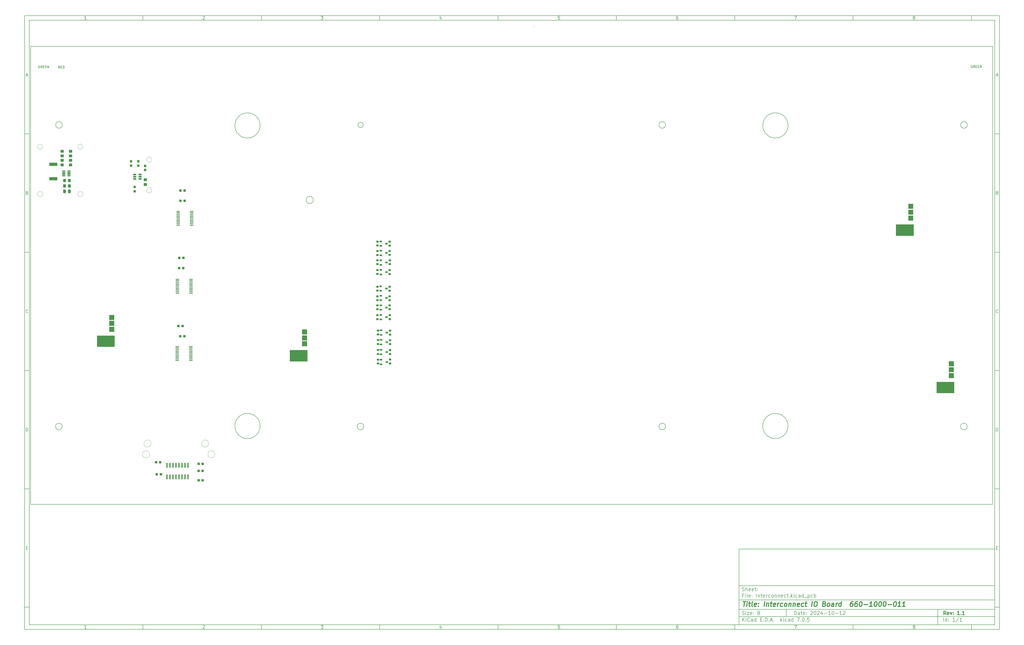
<source format=gtp>
G04 #@! TF.GenerationSoftware,KiCad,Pcbnew,7.0.5*
G04 #@! TF.CreationDate,2024-10-27T20:03:41-04:00*
G04 #@! TF.ProjectId,Interconnect,496e7465-7263-46f6-9e6e-6563742e6b69,1.1*
G04 #@! TF.SameCoordinates,Original*
G04 #@! TF.FileFunction,Paste,Top*
G04 #@! TF.FilePolarity,Positive*
%FSLAX46Y46*%
G04 Gerber Fmt 4.6, Leading zero omitted, Abs format (unit mm)*
G04 Created by KiCad (PCBNEW 7.0.5) date 2024-10-27 20:03:41*
%MOMM*%
%LPD*%
G01*
G04 APERTURE LIST*
G04 Aperture macros list*
%AMRoundRect*
0 Rectangle with rounded corners*
0 $1 Rounding radius*
0 $2 $3 $4 $5 $6 $7 $8 $9 X,Y pos of 4 corners*
0 Add a 4 corners polygon primitive as box body*
4,1,4,$2,$3,$4,$5,$6,$7,$8,$9,$2,$3,0*
0 Add four circle primitives for the rounded corners*
1,1,$1+$1,$2,$3*
1,1,$1+$1,$4,$5*
1,1,$1+$1,$6,$7*
1,1,$1+$1,$8,$9*
0 Add four rect primitives between the rounded corners*
20,1,$1+$1,$2,$3,$4,$5,0*
20,1,$1+$1,$4,$5,$6,$7,0*
20,1,$1+$1,$6,$7,$8,$9,0*
20,1,$1+$1,$8,$9,$2,$3,0*%
G04 Aperture macros list end*
%ADD10C,0.100000*%
%ADD11C,0.150000*%
%ADD12C,0.300000*%
%ADD13C,0.400000*%
%ADD14RoundRect,0.200000X0.275000X-0.200000X0.275000X0.200000X-0.275000X0.200000X-0.275000X-0.200000X0*%
%ADD15R,1.000000X0.700000*%
%ADD16RoundRect,0.250000X-0.337500X-0.475000X0.337500X-0.475000X0.337500X0.475000X-0.337500X0.475000X0*%
%ADD17RoundRect,0.237500X0.237500X-0.250000X0.237500X0.250000X-0.237500X0.250000X-0.237500X-0.250000X0*%
%ADD18RoundRect,0.100000X-0.637500X-0.100000X0.637500X-0.100000X0.637500X0.100000X-0.637500X0.100000X0*%
%ADD19RoundRect,0.250000X0.350000X0.450000X-0.350000X0.450000X-0.350000X-0.450000X0.350000X-0.450000X0*%
%ADD20RoundRect,0.237500X-0.300000X-0.237500X0.300000X-0.237500X0.300000X0.237500X-0.300000X0.237500X0*%
%ADD21RoundRect,0.249999X1.425001X-0.450001X1.425001X0.450001X-1.425001X0.450001X-1.425001X-0.450001X0*%
%ADD22RoundRect,0.250000X-0.450000X0.350000X-0.450000X-0.350000X0.450000X-0.350000X0.450000X0.350000X0*%
%ADD23RoundRect,0.200000X-0.275000X0.200000X-0.275000X-0.200000X0.275000X-0.200000X0.275000X0.200000X0*%
%ADD24RoundRect,0.237500X0.300000X0.237500X-0.300000X0.237500X-0.300000X-0.237500X0.300000X-0.237500X0*%
%ADD25RoundRect,0.150000X0.512500X0.150000X-0.512500X0.150000X-0.512500X-0.150000X0.512500X-0.150000X0*%
%ADD26RoundRect,0.237500X0.237500X-0.300000X0.237500X0.300000X-0.237500X0.300000X-0.237500X-0.300000X0*%
%ADD27RoundRect,0.041300X-0.253700X0.943700X-0.253700X-0.943700X0.253700X-0.943700X0.253700X0.943700X0*%
%ADD28RoundRect,0.125000X-0.537500X-0.125000X0.537500X-0.125000X0.537500X0.125000X-0.537500X0.125000X0*%
G04 #@! TA.AperFunction,Profile*
%ADD29C,0.100000*%
G04 #@! TD*
G04 #@! TA.AperFunction,Profile*
%ADD30C,0.160000*%
G04 #@! TD*
G04 APERTURE END LIST*
D10*
D11*
X311800000Y-235400000D02*
X419800000Y-235400000D01*
X419800000Y-267400000D01*
X311800000Y-267400000D01*
X311800000Y-235400000D01*
D10*
D11*
X10000000Y-10000000D02*
X421800000Y-10000000D01*
X421800000Y-269400000D01*
X10000000Y-269400000D01*
X10000000Y-10000000D01*
D10*
D11*
X12000000Y-12000000D02*
X419800000Y-12000000D01*
X419800000Y-267400000D01*
X12000000Y-267400000D01*
X12000000Y-12000000D01*
D10*
D11*
X60000000Y-12000000D02*
X60000000Y-10000000D01*
D10*
D11*
X110000000Y-12000000D02*
X110000000Y-10000000D01*
D10*
D11*
X160000000Y-12000000D02*
X160000000Y-10000000D01*
D10*
D11*
X210000000Y-12000000D02*
X210000000Y-10000000D01*
D10*
D11*
X260000000Y-12000000D02*
X260000000Y-10000000D01*
D10*
D11*
X310000000Y-12000000D02*
X310000000Y-10000000D01*
D10*
D11*
X360000000Y-12000000D02*
X360000000Y-10000000D01*
D10*
D11*
X410000000Y-12000000D02*
X410000000Y-10000000D01*
D10*
D11*
X36089160Y-11593604D02*
X35346303Y-11593604D01*
X35717731Y-11593604D02*
X35717731Y-10293604D01*
X35717731Y-10293604D02*
X35593922Y-10479319D01*
X35593922Y-10479319D02*
X35470112Y-10603128D01*
X35470112Y-10603128D02*
X35346303Y-10665033D01*
D10*
D11*
X85346303Y-10417414D02*
X85408207Y-10355509D01*
X85408207Y-10355509D02*
X85532017Y-10293604D01*
X85532017Y-10293604D02*
X85841541Y-10293604D01*
X85841541Y-10293604D02*
X85965350Y-10355509D01*
X85965350Y-10355509D02*
X86027255Y-10417414D01*
X86027255Y-10417414D02*
X86089160Y-10541223D01*
X86089160Y-10541223D02*
X86089160Y-10665033D01*
X86089160Y-10665033D02*
X86027255Y-10850747D01*
X86027255Y-10850747D02*
X85284398Y-11593604D01*
X85284398Y-11593604D02*
X86089160Y-11593604D01*
D10*
D11*
X135284398Y-10293604D02*
X136089160Y-10293604D01*
X136089160Y-10293604D02*
X135655826Y-10788842D01*
X135655826Y-10788842D02*
X135841541Y-10788842D01*
X135841541Y-10788842D02*
X135965350Y-10850747D01*
X135965350Y-10850747D02*
X136027255Y-10912652D01*
X136027255Y-10912652D02*
X136089160Y-11036461D01*
X136089160Y-11036461D02*
X136089160Y-11345985D01*
X136089160Y-11345985D02*
X136027255Y-11469795D01*
X136027255Y-11469795D02*
X135965350Y-11531700D01*
X135965350Y-11531700D02*
X135841541Y-11593604D01*
X135841541Y-11593604D02*
X135470112Y-11593604D01*
X135470112Y-11593604D02*
X135346303Y-11531700D01*
X135346303Y-11531700D02*
X135284398Y-11469795D01*
D10*
D11*
X185965350Y-10726938D02*
X185965350Y-11593604D01*
X185655826Y-10231700D02*
X185346303Y-11160271D01*
X185346303Y-11160271D02*
X186151064Y-11160271D01*
D10*
D11*
X236027255Y-10293604D02*
X235408207Y-10293604D01*
X235408207Y-10293604D02*
X235346303Y-10912652D01*
X235346303Y-10912652D02*
X235408207Y-10850747D01*
X235408207Y-10850747D02*
X235532017Y-10788842D01*
X235532017Y-10788842D02*
X235841541Y-10788842D01*
X235841541Y-10788842D02*
X235965350Y-10850747D01*
X235965350Y-10850747D02*
X236027255Y-10912652D01*
X236027255Y-10912652D02*
X236089160Y-11036461D01*
X236089160Y-11036461D02*
X236089160Y-11345985D01*
X236089160Y-11345985D02*
X236027255Y-11469795D01*
X236027255Y-11469795D02*
X235965350Y-11531700D01*
X235965350Y-11531700D02*
X235841541Y-11593604D01*
X235841541Y-11593604D02*
X235532017Y-11593604D01*
X235532017Y-11593604D02*
X235408207Y-11531700D01*
X235408207Y-11531700D02*
X235346303Y-11469795D01*
D10*
D11*
X285965350Y-10293604D02*
X285717731Y-10293604D01*
X285717731Y-10293604D02*
X285593922Y-10355509D01*
X285593922Y-10355509D02*
X285532017Y-10417414D01*
X285532017Y-10417414D02*
X285408207Y-10603128D01*
X285408207Y-10603128D02*
X285346303Y-10850747D01*
X285346303Y-10850747D02*
X285346303Y-11345985D01*
X285346303Y-11345985D02*
X285408207Y-11469795D01*
X285408207Y-11469795D02*
X285470112Y-11531700D01*
X285470112Y-11531700D02*
X285593922Y-11593604D01*
X285593922Y-11593604D02*
X285841541Y-11593604D01*
X285841541Y-11593604D02*
X285965350Y-11531700D01*
X285965350Y-11531700D02*
X286027255Y-11469795D01*
X286027255Y-11469795D02*
X286089160Y-11345985D01*
X286089160Y-11345985D02*
X286089160Y-11036461D01*
X286089160Y-11036461D02*
X286027255Y-10912652D01*
X286027255Y-10912652D02*
X285965350Y-10850747D01*
X285965350Y-10850747D02*
X285841541Y-10788842D01*
X285841541Y-10788842D02*
X285593922Y-10788842D01*
X285593922Y-10788842D02*
X285470112Y-10850747D01*
X285470112Y-10850747D02*
X285408207Y-10912652D01*
X285408207Y-10912652D02*
X285346303Y-11036461D01*
D10*
D11*
X335284398Y-10293604D02*
X336151064Y-10293604D01*
X336151064Y-10293604D02*
X335593922Y-11593604D01*
D10*
D11*
X385593922Y-10850747D02*
X385470112Y-10788842D01*
X385470112Y-10788842D02*
X385408207Y-10726938D01*
X385408207Y-10726938D02*
X385346303Y-10603128D01*
X385346303Y-10603128D02*
X385346303Y-10541223D01*
X385346303Y-10541223D02*
X385408207Y-10417414D01*
X385408207Y-10417414D02*
X385470112Y-10355509D01*
X385470112Y-10355509D02*
X385593922Y-10293604D01*
X385593922Y-10293604D02*
X385841541Y-10293604D01*
X385841541Y-10293604D02*
X385965350Y-10355509D01*
X385965350Y-10355509D02*
X386027255Y-10417414D01*
X386027255Y-10417414D02*
X386089160Y-10541223D01*
X386089160Y-10541223D02*
X386089160Y-10603128D01*
X386089160Y-10603128D02*
X386027255Y-10726938D01*
X386027255Y-10726938D02*
X385965350Y-10788842D01*
X385965350Y-10788842D02*
X385841541Y-10850747D01*
X385841541Y-10850747D02*
X385593922Y-10850747D01*
X385593922Y-10850747D02*
X385470112Y-10912652D01*
X385470112Y-10912652D02*
X385408207Y-10974557D01*
X385408207Y-10974557D02*
X385346303Y-11098366D01*
X385346303Y-11098366D02*
X385346303Y-11345985D01*
X385346303Y-11345985D02*
X385408207Y-11469795D01*
X385408207Y-11469795D02*
X385470112Y-11531700D01*
X385470112Y-11531700D02*
X385593922Y-11593604D01*
X385593922Y-11593604D02*
X385841541Y-11593604D01*
X385841541Y-11593604D02*
X385965350Y-11531700D01*
X385965350Y-11531700D02*
X386027255Y-11469795D01*
X386027255Y-11469795D02*
X386089160Y-11345985D01*
X386089160Y-11345985D02*
X386089160Y-11098366D01*
X386089160Y-11098366D02*
X386027255Y-10974557D01*
X386027255Y-10974557D02*
X385965350Y-10912652D01*
X385965350Y-10912652D02*
X385841541Y-10850747D01*
D10*
D11*
X60000000Y-267400000D02*
X60000000Y-269400000D01*
D10*
D11*
X110000000Y-267400000D02*
X110000000Y-269400000D01*
D10*
D11*
X160000000Y-267400000D02*
X160000000Y-269400000D01*
D10*
D11*
X210000000Y-267400000D02*
X210000000Y-269400000D01*
D10*
D11*
X260000000Y-267400000D02*
X260000000Y-269400000D01*
D10*
D11*
X310000000Y-267400000D02*
X310000000Y-269400000D01*
D10*
D11*
X360000000Y-267400000D02*
X360000000Y-269400000D01*
D10*
D11*
X410000000Y-267400000D02*
X410000000Y-269400000D01*
D10*
D11*
X36089160Y-268993604D02*
X35346303Y-268993604D01*
X35717731Y-268993604D02*
X35717731Y-267693604D01*
X35717731Y-267693604D02*
X35593922Y-267879319D01*
X35593922Y-267879319D02*
X35470112Y-268003128D01*
X35470112Y-268003128D02*
X35346303Y-268065033D01*
D10*
D11*
X85346303Y-267817414D02*
X85408207Y-267755509D01*
X85408207Y-267755509D02*
X85532017Y-267693604D01*
X85532017Y-267693604D02*
X85841541Y-267693604D01*
X85841541Y-267693604D02*
X85965350Y-267755509D01*
X85965350Y-267755509D02*
X86027255Y-267817414D01*
X86027255Y-267817414D02*
X86089160Y-267941223D01*
X86089160Y-267941223D02*
X86089160Y-268065033D01*
X86089160Y-268065033D02*
X86027255Y-268250747D01*
X86027255Y-268250747D02*
X85284398Y-268993604D01*
X85284398Y-268993604D02*
X86089160Y-268993604D01*
D10*
D11*
X135284398Y-267693604D02*
X136089160Y-267693604D01*
X136089160Y-267693604D02*
X135655826Y-268188842D01*
X135655826Y-268188842D02*
X135841541Y-268188842D01*
X135841541Y-268188842D02*
X135965350Y-268250747D01*
X135965350Y-268250747D02*
X136027255Y-268312652D01*
X136027255Y-268312652D02*
X136089160Y-268436461D01*
X136089160Y-268436461D02*
X136089160Y-268745985D01*
X136089160Y-268745985D02*
X136027255Y-268869795D01*
X136027255Y-268869795D02*
X135965350Y-268931700D01*
X135965350Y-268931700D02*
X135841541Y-268993604D01*
X135841541Y-268993604D02*
X135470112Y-268993604D01*
X135470112Y-268993604D02*
X135346303Y-268931700D01*
X135346303Y-268931700D02*
X135284398Y-268869795D01*
D10*
D11*
X185965350Y-268126938D02*
X185965350Y-268993604D01*
X185655826Y-267631700D02*
X185346303Y-268560271D01*
X185346303Y-268560271D02*
X186151064Y-268560271D01*
D10*
D11*
X236027255Y-267693604D02*
X235408207Y-267693604D01*
X235408207Y-267693604D02*
X235346303Y-268312652D01*
X235346303Y-268312652D02*
X235408207Y-268250747D01*
X235408207Y-268250747D02*
X235532017Y-268188842D01*
X235532017Y-268188842D02*
X235841541Y-268188842D01*
X235841541Y-268188842D02*
X235965350Y-268250747D01*
X235965350Y-268250747D02*
X236027255Y-268312652D01*
X236027255Y-268312652D02*
X236089160Y-268436461D01*
X236089160Y-268436461D02*
X236089160Y-268745985D01*
X236089160Y-268745985D02*
X236027255Y-268869795D01*
X236027255Y-268869795D02*
X235965350Y-268931700D01*
X235965350Y-268931700D02*
X235841541Y-268993604D01*
X235841541Y-268993604D02*
X235532017Y-268993604D01*
X235532017Y-268993604D02*
X235408207Y-268931700D01*
X235408207Y-268931700D02*
X235346303Y-268869795D01*
D10*
D11*
X285965350Y-267693604D02*
X285717731Y-267693604D01*
X285717731Y-267693604D02*
X285593922Y-267755509D01*
X285593922Y-267755509D02*
X285532017Y-267817414D01*
X285532017Y-267817414D02*
X285408207Y-268003128D01*
X285408207Y-268003128D02*
X285346303Y-268250747D01*
X285346303Y-268250747D02*
X285346303Y-268745985D01*
X285346303Y-268745985D02*
X285408207Y-268869795D01*
X285408207Y-268869795D02*
X285470112Y-268931700D01*
X285470112Y-268931700D02*
X285593922Y-268993604D01*
X285593922Y-268993604D02*
X285841541Y-268993604D01*
X285841541Y-268993604D02*
X285965350Y-268931700D01*
X285965350Y-268931700D02*
X286027255Y-268869795D01*
X286027255Y-268869795D02*
X286089160Y-268745985D01*
X286089160Y-268745985D02*
X286089160Y-268436461D01*
X286089160Y-268436461D02*
X286027255Y-268312652D01*
X286027255Y-268312652D02*
X285965350Y-268250747D01*
X285965350Y-268250747D02*
X285841541Y-268188842D01*
X285841541Y-268188842D02*
X285593922Y-268188842D01*
X285593922Y-268188842D02*
X285470112Y-268250747D01*
X285470112Y-268250747D02*
X285408207Y-268312652D01*
X285408207Y-268312652D02*
X285346303Y-268436461D01*
D10*
D11*
X335284398Y-267693604D02*
X336151064Y-267693604D01*
X336151064Y-267693604D02*
X335593922Y-268993604D01*
D10*
D11*
X385593922Y-268250747D02*
X385470112Y-268188842D01*
X385470112Y-268188842D02*
X385408207Y-268126938D01*
X385408207Y-268126938D02*
X385346303Y-268003128D01*
X385346303Y-268003128D02*
X385346303Y-267941223D01*
X385346303Y-267941223D02*
X385408207Y-267817414D01*
X385408207Y-267817414D02*
X385470112Y-267755509D01*
X385470112Y-267755509D02*
X385593922Y-267693604D01*
X385593922Y-267693604D02*
X385841541Y-267693604D01*
X385841541Y-267693604D02*
X385965350Y-267755509D01*
X385965350Y-267755509D02*
X386027255Y-267817414D01*
X386027255Y-267817414D02*
X386089160Y-267941223D01*
X386089160Y-267941223D02*
X386089160Y-268003128D01*
X386089160Y-268003128D02*
X386027255Y-268126938D01*
X386027255Y-268126938D02*
X385965350Y-268188842D01*
X385965350Y-268188842D02*
X385841541Y-268250747D01*
X385841541Y-268250747D02*
X385593922Y-268250747D01*
X385593922Y-268250747D02*
X385470112Y-268312652D01*
X385470112Y-268312652D02*
X385408207Y-268374557D01*
X385408207Y-268374557D02*
X385346303Y-268498366D01*
X385346303Y-268498366D02*
X385346303Y-268745985D01*
X385346303Y-268745985D02*
X385408207Y-268869795D01*
X385408207Y-268869795D02*
X385470112Y-268931700D01*
X385470112Y-268931700D02*
X385593922Y-268993604D01*
X385593922Y-268993604D02*
X385841541Y-268993604D01*
X385841541Y-268993604D02*
X385965350Y-268931700D01*
X385965350Y-268931700D02*
X386027255Y-268869795D01*
X386027255Y-268869795D02*
X386089160Y-268745985D01*
X386089160Y-268745985D02*
X386089160Y-268498366D01*
X386089160Y-268498366D02*
X386027255Y-268374557D01*
X386027255Y-268374557D02*
X385965350Y-268312652D01*
X385965350Y-268312652D02*
X385841541Y-268250747D01*
D10*
D11*
X10000000Y-60000000D02*
X12000000Y-60000000D01*
D10*
D11*
X10000000Y-110000000D02*
X12000000Y-110000000D01*
D10*
D11*
X10000000Y-160000000D02*
X12000000Y-160000000D01*
D10*
D11*
X10000000Y-210000000D02*
X12000000Y-210000000D01*
D10*
D11*
X10000000Y-260000000D02*
X12000000Y-260000000D01*
D10*
D11*
X10690476Y-35222176D02*
X11309523Y-35222176D01*
X10566666Y-35593604D02*
X10999999Y-34293604D01*
X10999999Y-34293604D02*
X11433333Y-35593604D01*
D10*
D11*
X11092857Y-84912652D02*
X11278571Y-84974557D01*
X11278571Y-84974557D02*
X11340476Y-85036461D01*
X11340476Y-85036461D02*
X11402380Y-85160271D01*
X11402380Y-85160271D02*
X11402380Y-85345985D01*
X11402380Y-85345985D02*
X11340476Y-85469795D01*
X11340476Y-85469795D02*
X11278571Y-85531700D01*
X11278571Y-85531700D02*
X11154761Y-85593604D01*
X11154761Y-85593604D02*
X10659523Y-85593604D01*
X10659523Y-85593604D02*
X10659523Y-84293604D01*
X10659523Y-84293604D02*
X11092857Y-84293604D01*
X11092857Y-84293604D02*
X11216666Y-84355509D01*
X11216666Y-84355509D02*
X11278571Y-84417414D01*
X11278571Y-84417414D02*
X11340476Y-84541223D01*
X11340476Y-84541223D02*
X11340476Y-84665033D01*
X11340476Y-84665033D02*
X11278571Y-84788842D01*
X11278571Y-84788842D02*
X11216666Y-84850747D01*
X11216666Y-84850747D02*
X11092857Y-84912652D01*
X11092857Y-84912652D02*
X10659523Y-84912652D01*
D10*
D11*
X11402380Y-135469795D02*
X11340476Y-135531700D01*
X11340476Y-135531700D02*
X11154761Y-135593604D01*
X11154761Y-135593604D02*
X11030952Y-135593604D01*
X11030952Y-135593604D02*
X10845238Y-135531700D01*
X10845238Y-135531700D02*
X10721428Y-135407890D01*
X10721428Y-135407890D02*
X10659523Y-135284080D01*
X10659523Y-135284080D02*
X10597619Y-135036461D01*
X10597619Y-135036461D02*
X10597619Y-134850747D01*
X10597619Y-134850747D02*
X10659523Y-134603128D01*
X10659523Y-134603128D02*
X10721428Y-134479319D01*
X10721428Y-134479319D02*
X10845238Y-134355509D01*
X10845238Y-134355509D02*
X11030952Y-134293604D01*
X11030952Y-134293604D02*
X11154761Y-134293604D01*
X11154761Y-134293604D02*
X11340476Y-134355509D01*
X11340476Y-134355509D02*
X11402380Y-134417414D01*
D10*
D11*
X10659523Y-185593604D02*
X10659523Y-184293604D01*
X10659523Y-184293604D02*
X10969047Y-184293604D01*
X10969047Y-184293604D02*
X11154761Y-184355509D01*
X11154761Y-184355509D02*
X11278571Y-184479319D01*
X11278571Y-184479319D02*
X11340476Y-184603128D01*
X11340476Y-184603128D02*
X11402380Y-184850747D01*
X11402380Y-184850747D02*
X11402380Y-185036461D01*
X11402380Y-185036461D02*
X11340476Y-185284080D01*
X11340476Y-185284080D02*
X11278571Y-185407890D01*
X11278571Y-185407890D02*
X11154761Y-185531700D01*
X11154761Y-185531700D02*
X10969047Y-185593604D01*
X10969047Y-185593604D02*
X10659523Y-185593604D01*
D10*
D11*
X10721428Y-234912652D02*
X11154762Y-234912652D01*
X11340476Y-235593604D02*
X10721428Y-235593604D01*
X10721428Y-235593604D02*
X10721428Y-234293604D01*
X10721428Y-234293604D02*
X11340476Y-234293604D01*
D10*
D11*
X421800000Y-60000000D02*
X419800000Y-60000000D01*
D10*
D11*
X421800000Y-110000000D02*
X419800000Y-110000000D01*
D10*
D11*
X421800000Y-160000000D02*
X419800000Y-160000000D01*
D10*
D11*
X421800000Y-210000000D02*
X419800000Y-210000000D01*
D10*
D11*
X421800000Y-260000000D02*
X419800000Y-260000000D01*
D10*
D11*
X420490476Y-35222176D02*
X421109523Y-35222176D01*
X420366666Y-35593604D02*
X420799999Y-34293604D01*
X420799999Y-34293604D02*
X421233333Y-35593604D01*
D10*
D11*
X420892857Y-84912652D02*
X421078571Y-84974557D01*
X421078571Y-84974557D02*
X421140476Y-85036461D01*
X421140476Y-85036461D02*
X421202380Y-85160271D01*
X421202380Y-85160271D02*
X421202380Y-85345985D01*
X421202380Y-85345985D02*
X421140476Y-85469795D01*
X421140476Y-85469795D02*
X421078571Y-85531700D01*
X421078571Y-85531700D02*
X420954761Y-85593604D01*
X420954761Y-85593604D02*
X420459523Y-85593604D01*
X420459523Y-85593604D02*
X420459523Y-84293604D01*
X420459523Y-84293604D02*
X420892857Y-84293604D01*
X420892857Y-84293604D02*
X421016666Y-84355509D01*
X421016666Y-84355509D02*
X421078571Y-84417414D01*
X421078571Y-84417414D02*
X421140476Y-84541223D01*
X421140476Y-84541223D02*
X421140476Y-84665033D01*
X421140476Y-84665033D02*
X421078571Y-84788842D01*
X421078571Y-84788842D02*
X421016666Y-84850747D01*
X421016666Y-84850747D02*
X420892857Y-84912652D01*
X420892857Y-84912652D02*
X420459523Y-84912652D01*
D10*
D11*
X421202380Y-135469795D02*
X421140476Y-135531700D01*
X421140476Y-135531700D02*
X420954761Y-135593604D01*
X420954761Y-135593604D02*
X420830952Y-135593604D01*
X420830952Y-135593604D02*
X420645238Y-135531700D01*
X420645238Y-135531700D02*
X420521428Y-135407890D01*
X420521428Y-135407890D02*
X420459523Y-135284080D01*
X420459523Y-135284080D02*
X420397619Y-135036461D01*
X420397619Y-135036461D02*
X420397619Y-134850747D01*
X420397619Y-134850747D02*
X420459523Y-134603128D01*
X420459523Y-134603128D02*
X420521428Y-134479319D01*
X420521428Y-134479319D02*
X420645238Y-134355509D01*
X420645238Y-134355509D02*
X420830952Y-134293604D01*
X420830952Y-134293604D02*
X420954761Y-134293604D01*
X420954761Y-134293604D02*
X421140476Y-134355509D01*
X421140476Y-134355509D02*
X421202380Y-134417414D01*
D10*
D11*
X420459523Y-185593604D02*
X420459523Y-184293604D01*
X420459523Y-184293604D02*
X420769047Y-184293604D01*
X420769047Y-184293604D02*
X420954761Y-184355509D01*
X420954761Y-184355509D02*
X421078571Y-184479319D01*
X421078571Y-184479319D02*
X421140476Y-184603128D01*
X421140476Y-184603128D02*
X421202380Y-184850747D01*
X421202380Y-184850747D02*
X421202380Y-185036461D01*
X421202380Y-185036461D02*
X421140476Y-185284080D01*
X421140476Y-185284080D02*
X421078571Y-185407890D01*
X421078571Y-185407890D02*
X420954761Y-185531700D01*
X420954761Y-185531700D02*
X420769047Y-185593604D01*
X420769047Y-185593604D02*
X420459523Y-185593604D01*
D10*
D11*
X420521428Y-234912652D02*
X420954762Y-234912652D01*
X421140476Y-235593604D02*
X420521428Y-235593604D01*
X420521428Y-235593604D02*
X420521428Y-234293604D01*
X420521428Y-234293604D02*
X421140476Y-234293604D01*
D10*
D11*
X335255826Y-263186128D02*
X335255826Y-261686128D01*
X335255826Y-261686128D02*
X335612969Y-261686128D01*
X335612969Y-261686128D02*
X335827255Y-261757557D01*
X335827255Y-261757557D02*
X335970112Y-261900414D01*
X335970112Y-261900414D02*
X336041541Y-262043271D01*
X336041541Y-262043271D02*
X336112969Y-262328985D01*
X336112969Y-262328985D02*
X336112969Y-262543271D01*
X336112969Y-262543271D02*
X336041541Y-262828985D01*
X336041541Y-262828985D02*
X335970112Y-262971842D01*
X335970112Y-262971842D02*
X335827255Y-263114700D01*
X335827255Y-263114700D02*
X335612969Y-263186128D01*
X335612969Y-263186128D02*
X335255826Y-263186128D01*
X337398684Y-263186128D02*
X337398684Y-262400414D01*
X337398684Y-262400414D02*
X337327255Y-262257557D01*
X337327255Y-262257557D02*
X337184398Y-262186128D01*
X337184398Y-262186128D02*
X336898684Y-262186128D01*
X336898684Y-262186128D02*
X336755826Y-262257557D01*
X337398684Y-263114700D02*
X337255826Y-263186128D01*
X337255826Y-263186128D02*
X336898684Y-263186128D01*
X336898684Y-263186128D02*
X336755826Y-263114700D01*
X336755826Y-263114700D02*
X336684398Y-262971842D01*
X336684398Y-262971842D02*
X336684398Y-262828985D01*
X336684398Y-262828985D02*
X336755826Y-262686128D01*
X336755826Y-262686128D02*
X336898684Y-262614700D01*
X336898684Y-262614700D02*
X337255826Y-262614700D01*
X337255826Y-262614700D02*
X337398684Y-262543271D01*
X337898684Y-262186128D02*
X338470112Y-262186128D01*
X338112969Y-261686128D02*
X338112969Y-262971842D01*
X338112969Y-262971842D02*
X338184398Y-263114700D01*
X338184398Y-263114700D02*
X338327255Y-263186128D01*
X338327255Y-263186128D02*
X338470112Y-263186128D01*
X339541541Y-263114700D02*
X339398684Y-263186128D01*
X339398684Y-263186128D02*
X339112970Y-263186128D01*
X339112970Y-263186128D02*
X338970112Y-263114700D01*
X338970112Y-263114700D02*
X338898684Y-262971842D01*
X338898684Y-262971842D02*
X338898684Y-262400414D01*
X338898684Y-262400414D02*
X338970112Y-262257557D01*
X338970112Y-262257557D02*
X339112970Y-262186128D01*
X339112970Y-262186128D02*
X339398684Y-262186128D01*
X339398684Y-262186128D02*
X339541541Y-262257557D01*
X339541541Y-262257557D02*
X339612970Y-262400414D01*
X339612970Y-262400414D02*
X339612970Y-262543271D01*
X339612970Y-262543271D02*
X338898684Y-262686128D01*
X340255826Y-263043271D02*
X340327255Y-263114700D01*
X340327255Y-263114700D02*
X340255826Y-263186128D01*
X340255826Y-263186128D02*
X340184398Y-263114700D01*
X340184398Y-263114700D02*
X340255826Y-263043271D01*
X340255826Y-263043271D02*
X340255826Y-263186128D01*
X340255826Y-262257557D02*
X340327255Y-262328985D01*
X340327255Y-262328985D02*
X340255826Y-262400414D01*
X340255826Y-262400414D02*
X340184398Y-262328985D01*
X340184398Y-262328985D02*
X340255826Y-262257557D01*
X340255826Y-262257557D02*
X340255826Y-262400414D01*
X342041541Y-261828985D02*
X342112969Y-261757557D01*
X342112969Y-261757557D02*
X342255827Y-261686128D01*
X342255827Y-261686128D02*
X342612969Y-261686128D01*
X342612969Y-261686128D02*
X342755827Y-261757557D01*
X342755827Y-261757557D02*
X342827255Y-261828985D01*
X342827255Y-261828985D02*
X342898684Y-261971842D01*
X342898684Y-261971842D02*
X342898684Y-262114700D01*
X342898684Y-262114700D02*
X342827255Y-262328985D01*
X342827255Y-262328985D02*
X341970112Y-263186128D01*
X341970112Y-263186128D02*
X342898684Y-263186128D01*
X343827255Y-261686128D02*
X343970112Y-261686128D01*
X343970112Y-261686128D02*
X344112969Y-261757557D01*
X344112969Y-261757557D02*
X344184398Y-261828985D01*
X344184398Y-261828985D02*
X344255826Y-261971842D01*
X344255826Y-261971842D02*
X344327255Y-262257557D01*
X344327255Y-262257557D02*
X344327255Y-262614700D01*
X344327255Y-262614700D02*
X344255826Y-262900414D01*
X344255826Y-262900414D02*
X344184398Y-263043271D01*
X344184398Y-263043271D02*
X344112969Y-263114700D01*
X344112969Y-263114700D02*
X343970112Y-263186128D01*
X343970112Y-263186128D02*
X343827255Y-263186128D01*
X343827255Y-263186128D02*
X343684398Y-263114700D01*
X343684398Y-263114700D02*
X343612969Y-263043271D01*
X343612969Y-263043271D02*
X343541540Y-262900414D01*
X343541540Y-262900414D02*
X343470112Y-262614700D01*
X343470112Y-262614700D02*
X343470112Y-262257557D01*
X343470112Y-262257557D02*
X343541540Y-261971842D01*
X343541540Y-261971842D02*
X343612969Y-261828985D01*
X343612969Y-261828985D02*
X343684398Y-261757557D01*
X343684398Y-261757557D02*
X343827255Y-261686128D01*
X344898683Y-261828985D02*
X344970111Y-261757557D01*
X344970111Y-261757557D02*
X345112969Y-261686128D01*
X345112969Y-261686128D02*
X345470111Y-261686128D01*
X345470111Y-261686128D02*
X345612969Y-261757557D01*
X345612969Y-261757557D02*
X345684397Y-261828985D01*
X345684397Y-261828985D02*
X345755826Y-261971842D01*
X345755826Y-261971842D02*
X345755826Y-262114700D01*
X345755826Y-262114700D02*
X345684397Y-262328985D01*
X345684397Y-262328985D02*
X344827254Y-263186128D01*
X344827254Y-263186128D02*
X345755826Y-263186128D01*
X347041540Y-262186128D02*
X347041540Y-263186128D01*
X346684397Y-261614700D02*
X346327254Y-262686128D01*
X346327254Y-262686128D02*
X347255825Y-262686128D01*
X347827253Y-262614700D02*
X348970111Y-262614700D01*
X350470111Y-263186128D02*
X349612968Y-263186128D01*
X350041539Y-263186128D02*
X350041539Y-261686128D01*
X350041539Y-261686128D02*
X349898682Y-261900414D01*
X349898682Y-261900414D02*
X349755825Y-262043271D01*
X349755825Y-262043271D02*
X349612968Y-262114700D01*
X351398682Y-261686128D02*
X351541539Y-261686128D01*
X351541539Y-261686128D02*
X351684396Y-261757557D01*
X351684396Y-261757557D02*
X351755825Y-261828985D01*
X351755825Y-261828985D02*
X351827253Y-261971842D01*
X351827253Y-261971842D02*
X351898682Y-262257557D01*
X351898682Y-262257557D02*
X351898682Y-262614700D01*
X351898682Y-262614700D02*
X351827253Y-262900414D01*
X351827253Y-262900414D02*
X351755825Y-263043271D01*
X351755825Y-263043271D02*
X351684396Y-263114700D01*
X351684396Y-263114700D02*
X351541539Y-263186128D01*
X351541539Y-263186128D02*
X351398682Y-263186128D01*
X351398682Y-263186128D02*
X351255825Y-263114700D01*
X351255825Y-263114700D02*
X351184396Y-263043271D01*
X351184396Y-263043271D02*
X351112967Y-262900414D01*
X351112967Y-262900414D02*
X351041539Y-262614700D01*
X351041539Y-262614700D02*
X351041539Y-262257557D01*
X351041539Y-262257557D02*
X351112967Y-261971842D01*
X351112967Y-261971842D02*
X351184396Y-261828985D01*
X351184396Y-261828985D02*
X351255825Y-261757557D01*
X351255825Y-261757557D02*
X351398682Y-261686128D01*
X352541538Y-262614700D02*
X353684396Y-262614700D01*
X355184396Y-263186128D02*
X354327253Y-263186128D01*
X354755824Y-263186128D02*
X354755824Y-261686128D01*
X354755824Y-261686128D02*
X354612967Y-261900414D01*
X354612967Y-261900414D02*
X354470110Y-262043271D01*
X354470110Y-262043271D02*
X354327253Y-262114700D01*
X355755824Y-261828985D02*
X355827252Y-261757557D01*
X355827252Y-261757557D02*
X355970110Y-261686128D01*
X355970110Y-261686128D02*
X356327252Y-261686128D01*
X356327252Y-261686128D02*
X356470110Y-261757557D01*
X356470110Y-261757557D02*
X356541538Y-261828985D01*
X356541538Y-261828985D02*
X356612967Y-261971842D01*
X356612967Y-261971842D02*
X356612967Y-262114700D01*
X356612967Y-262114700D02*
X356541538Y-262328985D01*
X356541538Y-262328985D02*
X355684395Y-263186128D01*
X355684395Y-263186128D02*
X356612967Y-263186128D01*
D10*
D11*
X311800000Y-263900000D02*
X419800000Y-263900000D01*
D10*
D11*
X313255826Y-265986128D02*
X313255826Y-264486128D01*
X314112969Y-265986128D02*
X313470112Y-265128985D01*
X314112969Y-264486128D02*
X313255826Y-265343271D01*
X314755826Y-265986128D02*
X314755826Y-264986128D01*
X314755826Y-264486128D02*
X314684398Y-264557557D01*
X314684398Y-264557557D02*
X314755826Y-264628985D01*
X314755826Y-264628985D02*
X314827255Y-264557557D01*
X314827255Y-264557557D02*
X314755826Y-264486128D01*
X314755826Y-264486128D02*
X314755826Y-264628985D01*
X316327255Y-265843271D02*
X316255827Y-265914700D01*
X316255827Y-265914700D02*
X316041541Y-265986128D01*
X316041541Y-265986128D02*
X315898684Y-265986128D01*
X315898684Y-265986128D02*
X315684398Y-265914700D01*
X315684398Y-265914700D02*
X315541541Y-265771842D01*
X315541541Y-265771842D02*
X315470112Y-265628985D01*
X315470112Y-265628985D02*
X315398684Y-265343271D01*
X315398684Y-265343271D02*
X315398684Y-265128985D01*
X315398684Y-265128985D02*
X315470112Y-264843271D01*
X315470112Y-264843271D02*
X315541541Y-264700414D01*
X315541541Y-264700414D02*
X315684398Y-264557557D01*
X315684398Y-264557557D02*
X315898684Y-264486128D01*
X315898684Y-264486128D02*
X316041541Y-264486128D01*
X316041541Y-264486128D02*
X316255827Y-264557557D01*
X316255827Y-264557557D02*
X316327255Y-264628985D01*
X317612970Y-265986128D02*
X317612970Y-265200414D01*
X317612970Y-265200414D02*
X317541541Y-265057557D01*
X317541541Y-265057557D02*
X317398684Y-264986128D01*
X317398684Y-264986128D02*
X317112970Y-264986128D01*
X317112970Y-264986128D02*
X316970112Y-265057557D01*
X317612970Y-265914700D02*
X317470112Y-265986128D01*
X317470112Y-265986128D02*
X317112970Y-265986128D01*
X317112970Y-265986128D02*
X316970112Y-265914700D01*
X316970112Y-265914700D02*
X316898684Y-265771842D01*
X316898684Y-265771842D02*
X316898684Y-265628985D01*
X316898684Y-265628985D02*
X316970112Y-265486128D01*
X316970112Y-265486128D02*
X317112970Y-265414700D01*
X317112970Y-265414700D02*
X317470112Y-265414700D01*
X317470112Y-265414700D02*
X317612970Y-265343271D01*
X318970113Y-265986128D02*
X318970113Y-264486128D01*
X318970113Y-265914700D02*
X318827255Y-265986128D01*
X318827255Y-265986128D02*
X318541541Y-265986128D01*
X318541541Y-265986128D02*
X318398684Y-265914700D01*
X318398684Y-265914700D02*
X318327255Y-265843271D01*
X318327255Y-265843271D02*
X318255827Y-265700414D01*
X318255827Y-265700414D02*
X318255827Y-265271842D01*
X318255827Y-265271842D02*
X318327255Y-265128985D01*
X318327255Y-265128985D02*
X318398684Y-265057557D01*
X318398684Y-265057557D02*
X318541541Y-264986128D01*
X318541541Y-264986128D02*
X318827255Y-264986128D01*
X318827255Y-264986128D02*
X318970113Y-265057557D01*
X320827255Y-265200414D02*
X321327255Y-265200414D01*
X321541541Y-265986128D02*
X320827255Y-265986128D01*
X320827255Y-265986128D02*
X320827255Y-264486128D01*
X320827255Y-264486128D02*
X321541541Y-264486128D01*
X322184398Y-265843271D02*
X322255827Y-265914700D01*
X322255827Y-265914700D02*
X322184398Y-265986128D01*
X322184398Y-265986128D02*
X322112970Y-265914700D01*
X322112970Y-265914700D02*
X322184398Y-265843271D01*
X322184398Y-265843271D02*
X322184398Y-265986128D01*
X322898684Y-265986128D02*
X322898684Y-264486128D01*
X322898684Y-264486128D02*
X323255827Y-264486128D01*
X323255827Y-264486128D02*
X323470113Y-264557557D01*
X323470113Y-264557557D02*
X323612970Y-264700414D01*
X323612970Y-264700414D02*
X323684399Y-264843271D01*
X323684399Y-264843271D02*
X323755827Y-265128985D01*
X323755827Y-265128985D02*
X323755827Y-265343271D01*
X323755827Y-265343271D02*
X323684399Y-265628985D01*
X323684399Y-265628985D02*
X323612970Y-265771842D01*
X323612970Y-265771842D02*
X323470113Y-265914700D01*
X323470113Y-265914700D02*
X323255827Y-265986128D01*
X323255827Y-265986128D02*
X322898684Y-265986128D01*
X324398684Y-265843271D02*
X324470113Y-265914700D01*
X324470113Y-265914700D02*
X324398684Y-265986128D01*
X324398684Y-265986128D02*
X324327256Y-265914700D01*
X324327256Y-265914700D02*
X324398684Y-265843271D01*
X324398684Y-265843271D02*
X324398684Y-265986128D01*
X325041542Y-265557557D02*
X325755828Y-265557557D01*
X324898685Y-265986128D02*
X325398685Y-264486128D01*
X325398685Y-264486128D02*
X325898685Y-265986128D01*
X326398684Y-265843271D02*
X326470113Y-265914700D01*
X326470113Y-265914700D02*
X326398684Y-265986128D01*
X326398684Y-265986128D02*
X326327256Y-265914700D01*
X326327256Y-265914700D02*
X326398684Y-265843271D01*
X326398684Y-265843271D02*
X326398684Y-265986128D01*
X329398684Y-265986128D02*
X329398684Y-264486128D01*
X329541542Y-265414700D02*
X329970113Y-265986128D01*
X329970113Y-264986128D02*
X329398684Y-265557557D01*
X330612970Y-265986128D02*
X330612970Y-264986128D01*
X330612970Y-264486128D02*
X330541542Y-264557557D01*
X330541542Y-264557557D02*
X330612970Y-264628985D01*
X330612970Y-264628985D02*
X330684399Y-264557557D01*
X330684399Y-264557557D02*
X330612970Y-264486128D01*
X330612970Y-264486128D02*
X330612970Y-264628985D01*
X331970114Y-265914700D02*
X331827256Y-265986128D01*
X331827256Y-265986128D02*
X331541542Y-265986128D01*
X331541542Y-265986128D02*
X331398685Y-265914700D01*
X331398685Y-265914700D02*
X331327256Y-265843271D01*
X331327256Y-265843271D02*
X331255828Y-265700414D01*
X331255828Y-265700414D02*
X331255828Y-265271842D01*
X331255828Y-265271842D02*
X331327256Y-265128985D01*
X331327256Y-265128985D02*
X331398685Y-265057557D01*
X331398685Y-265057557D02*
X331541542Y-264986128D01*
X331541542Y-264986128D02*
X331827256Y-264986128D01*
X331827256Y-264986128D02*
X331970114Y-265057557D01*
X333255828Y-265986128D02*
X333255828Y-265200414D01*
X333255828Y-265200414D02*
X333184399Y-265057557D01*
X333184399Y-265057557D02*
X333041542Y-264986128D01*
X333041542Y-264986128D02*
X332755828Y-264986128D01*
X332755828Y-264986128D02*
X332612970Y-265057557D01*
X333255828Y-265914700D02*
X333112970Y-265986128D01*
X333112970Y-265986128D02*
X332755828Y-265986128D01*
X332755828Y-265986128D02*
X332612970Y-265914700D01*
X332612970Y-265914700D02*
X332541542Y-265771842D01*
X332541542Y-265771842D02*
X332541542Y-265628985D01*
X332541542Y-265628985D02*
X332612970Y-265486128D01*
X332612970Y-265486128D02*
X332755828Y-265414700D01*
X332755828Y-265414700D02*
X333112970Y-265414700D01*
X333112970Y-265414700D02*
X333255828Y-265343271D01*
X334612971Y-265986128D02*
X334612971Y-264486128D01*
X334612971Y-265914700D02*
X334470113Y-265986128D01*
X334470113Y-265986128D02*
X334184399Y-265986128D01*
X334184399Y-265986128D02*
X334041542Y-265914700D01*
X334041542Y-265914700D02*
X333970113Y-265843271D01*
X333970113Y-265843271D02*
X333898685Y-265700414D01*
X333898685Y-265700414D02*
X333898685Y-265271842D01*
X333898685Y-265271842D02*
X333970113Y-265128985D01*
X333970113Y-265128985D02*
X334041542Y-265057557D01*
X334041542Y-265057557D02*
X334184399Y-264986128D01*
X334184399Y-264986128D02*
X334470113Y-264986128D01*
X334470113Y-264986128D02*
X334612971Y-265057557D01*
X336327256Y-264486128D02*
X337327256Y-264486128D01*
X337327256Y-264486128D02*
X336684399Y-265986128D01*
X337898684Y-265843271D02*
X337970113Y-265914700D01*
X337970113Y-265914700D02*
X337898684Y-265986128D01*
X337898684Y-265986128D02*
X337827256Y-265914700D01*
X337827256Y-265914700D02*
X337898684Y-265843271D01*
X337898684Y-265843271D02*
X337898684Y-265986128D01*
X338898685Y-264486128D02*
X339041542Y-264486128D01*
X339041542Y-264486128D02*
X339184399Y-264557557D01*
X339184399Y-264557557D02*
X339255828Y-264628985D01*
X339255828Y-264628985D02*
X339327256Y-264771842D01*
X339327256Y-264771842D02*
X339398685Y-265057557D01*
X339398685Y-265057557D02*
X339398685Y-265414700D01*
X339398685Y-265414700D02*
X339327256Y-265700414D01*
X339327256Y-265700414D02*
X339255828Y-265843271D01*
X339255828Y-265843271D02*
X339184399Y-265914700D01*
X339184399Y-265914700D02*
X339041542Y-265986128D01*
X339041542Y-265986128D02*
X338898685Y-265986128D01*
X338898685Y-265986128D02*
X338755828Y-265914700D01*
X338755828Y-265914700D02*
X338684399Y-265843271D01*
X338684399Y-265843271D02*
X338612970Y-265700414D01*
X338612970Y-265700414D02*
X338541542Y-265414700D01*
X338541542Y-265414700D02*
X338541542Y-265057557D01*
X338541542Y-265057557D02*
X338612970Y-264771842D01*
X338612970Y-264771842D02*
X338684399Y-264628985D01*
X338684399Y-264628985D02*
X338755828Y-264557557D01*
X338755828Y-264557557D02*
X338898685Y-264486128D01*
X340041541Y-265843271D02*
X340112970Y-265914700D01*
X340112970Y-265914700D02*
X340041541Y-265986128D01*
X340041541Y-265986128D02*
X339970113Y-265914700D01*
X339970113Y-265914700D02*
X340041541Y-265843271D01*
X340041541Y-265843271D02*
X340041541Y-265986128D01*
X341470113Y-264486128D02*
X340755827Y-264486128D01*
X340755827Y-264486128D02*
X340684399Y-265200414D01*
X340684399Y-265200414D02*
X340755827Y-265128985D01*
X340755827Y-265128985D02*
X340898685Y-265057557D01*
X340898685Y-265057557D02*
X341255827Y-265057557D01*
X341255827Y-265057557D02*
X341398685Y-265128985D01*
X341398685Y-265128985D02*
X341470113Y-265200414D01*
X341470113Y-265200414D02*
X341541542Y-265343271D01*
X341541542Y-265343271D02*
X341541542Y-265700414D01*
X341541542Y-265700414D02*
X341470113Y-265843271D01*
X341470113Y-265843271D02*
X341398685Y-265914700D01*
X341398685Y-265914700D02*
X341255827Y-265986128D01*
X341255827Y-265986128D02*
X340898685Y-265986128D01*
X340898685Y-265986128D02*
X340755827Y-265914700D01*
X340755827Y-265914700D02*
X340684399Y-265843271D01*
D10*
D11*
X311800000Y-260900000D02*
X419800000Y-260900000D01*
D10*
D12*
X399211653Y-263178328D02*
X398711653Y-262464042D01*
X398354510Y-263178328D02*
X398354510Y-261678328D01*
X398354510Y-261678328D02*
X398925939Y-261678328D01*
X398925939Y-261678328D02*
X399068796Y-261749757D01*
X399068796Y-261749757D02*
X399140225Y-261821185D01*
X399140225Y-261821185D02*
X399211653Y-261964042D01*
X399211653Y-261964042D02*
X399211653Y-262178328D01*
X399211653Y-262178328D02*
X399140225Y-262321185D01*
X399140225Y-262321185D02*
X399068796Y-262392614D01*
X399068796Y-262392614D02*
X398925939Y-262464042D01*
X398925939Y-262464042D02*
X398354510Y-262464042D01*
X400425939Y-263106900D02*
X400283082Y-263178328D01*
X400283082Y-263178328D02*
X399997368Y-263178328D01*
X399997368Y-263178328D02*
X399854510Y-263106900D01*
X399854510Y-263106900D02*
X399783082Y-262964042D01*
X399783082Y-262964042D02*
X399783082Y-262392614D01*
X399783082Y-262392614D02*
X399854510Y-262249757D01*
X399854510Y-262249757D02*
X399997368Y-262178328D01*
X399997368Y-262178328D02*
X400283082Y-262178328D01*
X400283082Y-262178328D02*
X400425939Y-262249757D01*
X400425939Y-262249757D02*
X400497368Y-262392614D01*
X400497368Y-262392614D02*
X400497368Y-262535471D01*
X400497368Y-262535471D02*
X399783082Y-262678328D01*
X400997367Y-262178328D02*
X401354510Y-263178328D01*
X401354510Y-263178328D02*
X401711653Y-262178328D01*
X402283081Y-263035471D02*
X402354510Y-263106900D01*
X402354510Y-263106900D02*
X402283081Y-263178328D01*
X402283081Y-263178328D02*
X402211653Y-263106900D01*
X402211653Y-263106900D02*
X402283081Y-263035471D01*
X402283081Y-263035471D02*
X402283081Y-263178328D01*
X402283081Y-262249757D02*
X402354510Y-262321185D01*
X402354510Y-262321185D02*
X402283081Y-262392614D01*
X402283081Y-262392614D02*
X402211653Y-262321185D01*
X402211653Y-262321185D02*
X402283081Y-262249757D01*
X402283081Y-262249757D02*
X402283081Y-262392614D01*
X404925939Y-263178328D02*
X404068796Y-263178328D01*
X404497367Y-263178328D02*
X404497367Y-261678328D01*
X404497367Y-261678328D02*
X404354510Y-261892614D01*
X404354510Y-261892614D02*
X404211653Y-262035471D01*
X404211653Y-262035471D02*
X404068796Y-262106900D01*
X405568795Y-263035471D02*
X405640224Y-263106900D01*
X405640224Y-263106900D02*
X405568795Y-263178328D01*
X405568795Y-263178328D02*
X405497367Y-263106900D01*
X405497367Y-263106900D02*
X405568795Y-263035471D01*
X405568795Y-263035471D02*
X405568795Y-263178328D01*
X407068796Y-263178328D02*
X406211653Y-263178328D01*
X406640224Y-263178328D02*
X406640224Y-261678328D01*
X406640224Y-261678328D02*
X406497367Y-261892614D01*
X406497367Y-261892614D02*
X406354510Y-262035471D01*
X406354510Y-262035471D02*
X406211653Y-262106900D01*
D10*
D11*
X313184398Y-263114700D02*
X313398684Y-263186128D01*
X313398684Y-263186128D02*
X313755826Y-263186128D01*
X313755826Y-263186128D02*
X313898684Y-263114700D01*
X313898684Y-263114700D02*
X313970112Y-263043271D01*
X313970112Y-263043271D02*
X314041541Y-262900414D01*
X314041541Y-262900414D02*
X314041541Y-262757557D01*
X314041541Y-262757557D02*
X313970112Y-262614700D01*
X313970112Y-262614700D02*
X313898684Y-262543271D01*
X313898684Y-262543271D02*
X313755826Y-262471842D01*
X313755826Y-262471842D02*
X313470112Y-262400414D01*
X313470112Y-262400414D02*
X313327255Y-262328985D01*
X313327255Y-262328985D02*
X313255826Y-262257557D01*
X313255826Y-262257557D02*
X313184398Y-262114700D01*
X313184398Y-262114700D02*
X313184398Y-261971842D01*
X313184398Y-261971842D02*
X313255826Y-261828985D01*
X313255826Y-261828985D02*
X313327255Y-261757557D01*
X313327255Y-261757557D02*
X313470112Y-261686128D01*
X313470112Y-261686128D02*
X313827255Y-261686128D01*
X313827255Y-261686128D02*
X314041541Y-261757557D01*
X314684397Y-263186128D02*
X314684397Y-262186128D01*
X314684397Y-261686128D02*
X314612969Y-261757557D01*
X314612969Y-261757557D02*
X314684397Y-261828985D01*
X314684397Y-261828985D02*
X314755826Y-261757557D01*
X314755826Y-261757557D02*
X314684397Y-261686128D01*
X314684397Y-261686128D02*
X314684397Y-261828985D01*
X315255826Y-262186128D02*
X316041541Y-262186128D01*
X316041541Y-262186128D02*
X315255826Y-263186128D01*
X315255826Y-263186128D02*
X316041541Y-263186128D01*
X317184398Y-263114700D02*
X317041541Y-263186128D01*
X317041541Y-263186128D02*
X316755827Y-263186128D01*
X316755827Y-263186128D02*
X316612969Y-263114700D01*
X316612969Y-263114700D02*
X316541541Y-262971842D01*
X316541541Y-262971842D02*
X316541541Y-262400414D01*
X316541541Y-262400414D02*
X316612969Y-262257557D01*
X316612969Y-262257557D02*
X316755827Y-262186128D01*
X316755827Y-262186128D02*
X317041541Y-262186128D01*
X317041541Y-262186128D02*
X317184398Y-262257557D01*
X317184398Y-262257557D02*
X317255827Y-262400414D01*
X317255827Y-262400414D02*
X317255827Y-262543271D01*
X317255827Y-262543271D02*
X316541541Y-262686128D01*
X317898683Y-263043271D02*
X317970112Y-263114700D01*
X317970112Y-263114700D02*
X317898683Y-263186128D01*
X317898683Y-263186128D02*
X317827255Y-263114700D01*
X317827255Y-263114700D02*
X317898683Y-263043271D01*
X317898683Y-263043271D02*
X317898683Y-263186128D01*
X317898683Y-262257557D02*
X317970112Y-262328985D01*
X317970112Y-262328985D02*
X317898683Y-262400414D01*
X317898683Y-262400414D02*
X317827255Y-262328985D01*
X317827255Y-262328985D02*
X317898683Y-262257557D01*
X317898683Y-262257557D02*
X317898683Y-262400414D01*
X320255826Y-262400414D02*
X320470112Y-262471842D01*
X320470112Y-262471842D02*
X320541541Y-262543271D01*
X320541541Y-262543271D02*
X320612969Y-262686128D01*
X320612969Y-262686128D02*
X320612969Y-262900414D01*
X320612969Y-262900414D02*
X320541541Y-263043271D01*
X320541541Y-263043271D02*
X320470112Y-263114700D01*
X320470112Y-263114700D02*
X320327255Y-263186128D01*
X320327255Y-263186128D02*
X319755826Y-263186128D01*
X319755826Y-263186128D02*
X319755826Y-261686128D01*
X319755826Y-261686128D02*
X320255826Y-261686128D01*
X320255826Y-261686128D02*
X320398684Y-261757557D01*
X320398684Y-261757557D02*
X320470112Y-261828985D01*
X320470112Y-261828985D02*
X320541541Y-261971842D01*
X320541541Y-261971842D02*
X320541541Y-262114700D01*
X320541541Y-262114700D02*
X320470112Y-262257557D01*
X320470112Y-262257557D02*
X320398684Y-262328985D01*
X320398684Y-262328985D02*
X320255826Y-262400414D01*
X320255826Y-262400414D02*
X319755826Y-262400414D01*
D10*
D11*
X398255826Y-265986128D02*
X398255826Y-264486128D01*
X399612970Y-265986128D02*
X399612970Y-264486128D01*
X399612970Y-265914700D02*
X399470112Y-265986128D01*
X399470112Y-265986128D02*
X399184398Y-265986128D01*
X399184398Y-265986128D02*
X399041541Y-265914700D01*
X399041541Y-265914700D02*
X398970112Y-265843271D01*
X398970112Y-265843271D02*
X398898684Y-265700414D01*
X398898684Y-265700414D02*
X398898684Y-265271842D01*
X398898684Y-265271842D02*
X398970112Y-265128985D01*
X398970112Y-265128985D02*
X399041541Y-265057557D01*
X399041541Y-265057557D02*
X399184398Y-264986128D01*
X399184398Y-264986128D02*
X399470112Y-264986128D01*
X399470112Y-264986128D02*
X399612970Y-265057557D01*
X400327255Y-265843271D02*
X400398684Y-265914700D01*
X400398684Y-265914700D02*
X400327255Y-265986128D01*
X400327255Y-265986128D02*
X400255827Y-265914700D01*
X400255827Y-265914700D02*
X400327255Y-265843271D01*
X400327255Y-265843271D02*
X400327255Y-265986128D01*
X400327255Y-265057557D02*
X400398684Y-265128985D01*
X400398684Y-265128985D02*
X400327255Y-265200414D01*
X400327255Y-265200414D02*
X400255827Y-265128985D01*
X400255827Y-265128985D02*
X400327255Y-265057557D01*
X400327255Y-265057557D02*
X400327255Y-265200414D01*
X402970113Y-265986128D02*
X402112970Y-265986128D01*
X402541541Y-265986128D02*
X402541541Y-264486128D01*
X402541541Y-264486128D02*
X402398684Y-264700414D01*
X402398684Y-264700414D02*
X402255827Y-264843271D01*
X402255827Y-264843271D02*
X402112970Y-264914700D01*
X404684398Y-264414700D02*
X403398684Y-266343271D01*
X405970113Y-265986128D02*
X405112970Y-265986128D01*
X405541541Y-265986128D02*
X405541541Y-264486128D01*
X405541541Y-264486128D02*
X405398684Y-264700414D01*
X405398684Y-264700414D02*
X405255827Y-264843271D01*
X405255827Y-264843271D02*
X405112970Y-264914700D01*
D10*
D11*
X311800000Y-256900000D02*
X419800000Y-256900000D01*
D10*
D13*
X313491728Y-257604438D02*
X314634585Y-257604438D01*
X313813157Y-259604438D02*
X314063157Y-257604438D01*
X315051252Y-259604438D02*
X315217919Y-258271104D01*
X315301252Y-257604438D02*
X315194109Y-257699676D01*
X315194109Y-257699676D02*
X315277443Y-257794914D01*
X315277443Y-257794914D02*
X315384586Y-257699676D01*
X315384586Y-257699676D02*
X315301252Y-257604438D01*
X315301252Y-257604438D02*
X315277443Y-257794914D01*
X315884586Y-258271104D02*
X316646490Y-258271104D01*
X316253633Y-257604438D02*
X316039348Y-259318723D01*
X316039348Y-259318723D02*
X316110776Y-259509200D01*
X316110776Y-259509200D02*
X316289348Y-259604438D01*
X316289348Y-259604438D02*
X316479824Y-259604438D01*
X317432205Y-259604438D02*
X317253633Y-259509200D01*
X317253633Y-259509200D02*
X317182205Y-259318723D01*
X317182205Y-259318723D02*
X317396490Y-257604438D01*
X318967919Y-259509200D02*
X318765538Y-259604438D01*
X318765538Y-259604438D02*
X318384585Y-259604438D01*
X318384585Y-259604438D02*
X318206014Y-259509200D01*
X318206014Y-259509200D02*
X318134585Y-259318723D01*
X318134585Y-259318723D02*
X318229824Y-258556819D01*
X318229824Y-258556819D02*
X318348871Y-258366342D01*
X318348871Y-258366342D02*
X318551252Y-258271104D01*
X318551252Y-258271104D02*
X318932204Y-258271104D01*
X318932204Y-258271104D02*
X319110776Y-258366342D01*
X319110776Y-258366342D02*
X319182204Y-258556819D01*
X319182204Y-258556819D02*
X319158395Y-258747295D01*
X319158395Y-258747295D02*
X318182204Y-258937771D01*
X319932205Y-259413961D02*
X320015538Y-259509200D01*
X320015538Y-259509200D02*
X319908395Y-259604438D01*
X319908395Y-259604438D02*
X319825062Y-259509200D01*
X319825062Y-259509200D02*
X319932205Y-259413961D01*
X319932205Y-259413961D02*
X319908395Y-259604438D01*
X320063157Y-258366342D02*
X320146490Y-258461580D01*
X320146490Y-258461580D02*
X320039348Y-258556819D01*
X320039348Y-258556819D02*
X319956014Y-258461580D01*
X319956014Y-258461580D02*
X320063157Y-258366342D01*
X320063157Y-258366342D02*
X320039348Y-258556819D01*
X322384586Y-259604438D02*
X322634586Y-257604438D01*
X323503634Y-258271104D02*
X323336967Y-259604438D01*
X323479824Y-258461580D02*
X323586967Y-258366342D01*
X323586967Y-258366342D02*
X323789348Y-258271104D01*
X323789348Y-258271104D02*
X324075062Y-258271104D01*
X324075062Y-258271104D02*
X324253634Y-258366342D01*
X324253634Y-258366342D02*
X324325062Y-258556819D01*
X324325062Y-258556819D02*
X324194110Y-259604438D01*
X325027444Y-258271104D02*
X325789348Y-258271104D01*
X325396491Y-257604438D02*
X325182206Y-259318723D01*
X325182206Y-259318723D02*
X325253634Y-259509200D01*
X325253634Y-259509200D02*
X325432206Y-259604438D01*
X325432206Y-259604438D02*
X325622682Y-259604438D01*
X327063158Y-259509200D02*
X326860777Y-259604438D01*
X326860777Y-259604438D02*
X326479824Y-259604438D01*
X326479824Y-259604438D02*
X326301253Y-259509200D01*
X326301253Y-259509200D02*
X326229824Y-259318723D01*
X326229824Y-259318723D02*
X326325063Y-258556819D01*
X326325063Y-258556819D02*
X326444110Y-258366342D01*
X326444110Y-258366342D02*
X326646491Y-258271104D01*
X326646491Y-258271104D02*
X327027443Y-258271104D01*
X327027443Y-258271104D02*
X327206015Y-258366342D01*
X327206015Y-258366342D02*
X327277443Y-258556819D01*
X327277443Y-258556819D02*
X327253634Y-258747295D01*
X327253634Y-258747295D02*
X326277443Y-258937771D01*
X328003634Y-259604438D02*
X328170301Y-258271104D01*
X328122682Y-258652057D02*
X328241729Y-258461580D01*
X328241729Y-258461580D02*
X328348872Y-258366342D01*
X328348872Y-258366342D02*
X328551253Y-258271104D01*
X328551253Y-258271104D02*
X328741729Y-258271104D01*
X330110777Y-259509200D02*
X329908396Y-259604438D01*
X329908396Y-259604438D02*
X329527444Y-259604438D01*
X329527444Y-259604438D02*
X329348872Y-259509200D01*
X329348872Y-259509200D02*
X329265539Y-259413961D01*
X329265539Y-259413961D02*
X329194110Y-259223485D01*
X329194110Y-259223485D02*
X329265539Y-258652057D01*
X329265539Y-258652057D02*
X329384586Y-258461580D01*
X329384586Y-258461580D02*
X329491729Y-258366342D01*
X329491729Y-258366342D02*
X329694110Y-258271104D01*
X329694110Y-258271104D02*
X330075063Y-258271104D01*
X330075063Y-258271104D02*
X330253634Y-258366342D01*
X331241730Y-259604438D02*
X331063158Y-259509200D01*
X331063158Y-259509200D02*
X330979825Y-259413961D01*
X330979825Y-259413961D02*
X330908396Y-259223485D01*
X330908396Y-259223485D02*
X330979825Y-258652057D01*
X330979825Y-258652057D02*
X331098872Y-258461580D01*
X331098872Y-258461580D02*
X331206015Y-258366342D01*
X331206015Y-258366342D02*
X331408396Y-258271104D01*
X331408396Y-258271104D02*
X331694110Y-258271104D01*
X331694110Y-258271104D02*
X331872682Y-258366342D01*
X331872682Y-258366342D02*
X331956015Y-258461580D01*
X331956015Y-258461580D02*
X332027444Y-258652057D01*
X332027444Y-258652057D02*
X331956015Y-259223485D01*
X331956015Y-259223485D02*
X331836968Y-259413961D01*
X331836968Y-259413961D02*
X331729825Y-259509200D01*
X331729825Y-259509200D02*
X331527444Y-259604438D01*
X331527444Y-259604438D02*
X331241730Y-259604438D01*
X332932206Y-258271104D02*
X332765539Y-259604438D01*
X332908396Y-258461580D02*
X333015539Y-258366342D01*
X333015539Y-258366342D02*
X333217920Y-258271104D01*
X333217920Y-258271104D02*
X333503634Y-258271104D01*
X333503634Y-258271104D02*
X333682206Y-258366342D01*
X333682206Y-258366342D02*
X333753634Y-258556819D01*
X333753634Y-258556819D02*
X333622682Y-259604438D01*
X334741730Y-258271104D02*
X334575063Y-259604438D01*
X334717920Y-258461580D02*
X334825063Y-258366342D01*
X334825063Y-258366342D02*
X335027444Y-258271104D01*
X335027444Y-258271104D02*
X335313158Y-258271104D01*
X335313158Y-258271104D02*
X335491730Y-258366342D01*
X335491730Y-258366342D02*
X335563158Y-258556819D01*
X335563158Y-258556819D02*
X335432206Y-259604438D01*
X337158397Y-259509200D02*
X336956016Y-259604438D01*
X336956016Y-259604438D02*
X336575063Y-259604438D01*
X336575063Y-259604438D02*
X336396492Y-259509200D01*
X336396492Y-259509200D02*
X336325063Y-259318723D01*
X336325063Y-259318723D02*
X336420302Y-258556819D01*
X336420302Y-258556819D02*
X336539349Y-258366342D01*
X336539349Y-258366342D02*
X336741730Y-258271104D01*
X336741730Y-258271104D02*
X337122682Y-258271104D01*
X337122682Y-258271104D02*
X337301254Y-258366342D01*
X337301254Y-258366342D02*
X337372682Y-258556819D01*
X337372682Y-258556819D02*
X337348873Y-258747295D01*
X337348873Y-258747295D02*
X336372682Y-258937771D01*
X338967921Y-259509200D02*
X338765540Y-259604438D01*
X338765540Y-259604438D02*
X338384588Y-259604438D01*
X338384588Y-259604438D02*
X338206016Y-259509200D01*
X338206016Y-259509200D02*
X338122683Y-259413961D01*
X338122683Y-259413961D02*
X338051254Y-259223485D01*
X338051254Y-259223485D02*
X338122683Y-258652057D01*
X338122683Y-258652057D02*
X338241730Y-258461580D01*
X338241730Y-258461580D02*
X338348873Y-258366342D01*
X338348873Y-258366342D02*
X338551254Y-258271104D01*
X338551254Y-258271104D02*
X338932207Y-258271104D01*
X338932207Y-258271104D02*
X339110778Y-258366342D01*
X339694112Y-258271104D02*
X340456016Y-258271104D01*
X340063159Y-257604438D02*
X339848874Y-259318723D01*
X339848874Y-259318723D02*
X339920302Y-259509200D01*
X339920302Y-259509200D02*
X340098874Y-259604438D01*
X340098874Y-259604438D02*
X340289350Y-259604438D01*
X342479826Y-259604438D02*
X342729826Y-257604438D01*
X344063160Y-257604438D02*
X344444112Y-257604438D01*
X344444112Y-257604438D02*
X344622683Y-257699676D01*
X344622683Y-257699676D02*
X344789350Y-257890152D01*
X344789350Y-257890152D02*
X344836969Y-258271104D01*
X344836969Y-258271104D02*
X344753636Y-258937771D01*
X344753636Y-258937771D02*
X344610779Y-259318723D01*
X344610779Y-259318723D02*
X344396493Y-259509200D01*
X344396493Y-259509200D02*
X344194112Y-259604438D01*
X344194112Y-259604438D02*
X343813160Y-259604438D01*
X343813160Y-259604438D02*
X343634588Y-259509200D01*
X343634588Y-259509200D02*
X343467922Y-259318723D01*
X343467922Y-259318723D02*
X343420302Y-258937771D01*
X343420302Y-258937771D02*
X343503636Y-258271104D01*
X343503636Y-258271104D02*
X343646493Y-257890152D01*
X343646493Y-257890152D02*
X343860779Y-257699676D01*
X343860779Y-257699676D02*
X344063160Y-257604438D01*
X347848874Y-258556819D02*
X348122684Y-258652057D01*
X348122684Y-258652057D02*
X348206017Y-258747295D01*
X348206017Y-258747295D02*
X348277446Y-258937771D01*
X348277446Y-258937771D02*
X348241731Y-259223485D01*
X348241731Y-259223485D02*
X348122684Y-259413961D01*
X348122684Y-259413961D02*
X348015541Y-259509200D01*
X348015541Y-259509200D02*
X347813160Y-259604438D01*
X347813160Y-259604438D02*
X347051255Y-259604438D01*
X347051255Y-259604438D02*
X347301255Y-257604438D01*
X347301255Y-257604438D02*
X347967922Y-257604438D01*
X347967922Y-257604438D02*
X348146493Y-257699676D01*
X348146493Y-257699676D02*
X348229827Y-257794914D01*
X348229827Y-257794914D02*
X348301255Y-257985390D01*
X348301255Y-257985390D02*
X348277446Y-258175866D01*
X348277446Y-258175866D02*
X348158398Y-258366342D01*
X348158398Y-258366342D02*
X348051255Y-258461580D01*
X348051255Y-258461580D02*
X347848874Y-258556819D01*
X347848874Y-258556819D02*
X347182208Y-258556819D01*
X349336970Y-259604438D02*
X349158398Y-259509200D01*
X349158398Y-259509200D02*
X349075065Y-259413961D01*
X349075065Y-259413961D02*
X349003636Y-259223485D01*
X349003636Y-259223485D02*
X349075065Y-258652057D01*
X349075065Y-258652057D02*
X349194112Y-258461580D01*
X349194112Y-258461580D02*
X349301255Y-258366342D01*
X349301255Y-258366342D02*
X349503636Y-258271104D01*
X349503636Y-258271104D02*
X349789350Y-258271104D01*
X349789350Y-258271104D02*
X349967922Y-258366342D01*
X349967922Y-258366342D02*
X350051255Y-258461580D01*
X350051255Y-258461580D02*
X350122684Y-258652057D01*
X350122684Y-258652057D02*
X350051255Y-259223485D01*
X350051255Y-259223485D02*
X349932208Y-259413961D01*
X349932208Y-259413961D02*
X349825065Y-259509200D01*
X349825065Y-259509200D02*
X349622684Y-259604438D01*
X349622684Y-259604438D02*
X349336970Y-259604438D01*
X351717922Y-259604438D02*
X351848874Y-258556819D01*
X351848874Y-258556819D02*
X351777446Y-258366342D01*
X351777446Y-258366342D02*
X351598874Y-258271104D01*
X351598874Y-258271104D02*
X351217922Y-258271104D01*
X351217922Y-258271104D02*
X351015541Y-258366342D01*
X351729827Y-259509200D02*
X351527446Y-259604438D01*
X351527446Y-259604438D02*
X351051255Y-259604438D01*
X351051255Y-259604438D02*
X350872684Y-259509200D01*
X350872684Y-259509200D02*
X350801255Y-259318723D01*
X350801255Y-259318723D02*
X350825065Y-259128247D01*
X350825065Y-259128247D02*
X350944113Y-258937771D01*
X350944113Y-258937771D02*
X351146494Y-258842533D01*
X351146494Y-258842533D02*
X351622684Y-258842533D01*
X351622684Y-258842533D02*
X351825065Y-258747295D01*
X352670303Y-259604438D02*
X352836970Y-258271104D01*
X352789351Y-258652057D02*
X352908398Y-258461580D01*
X352908398Y-258461580D02*
X353015541Y-258366342D01*
X353015541Y-258366342D02*
X353217922Y-258271104D01*
X353217922Y-258271104D02*
X353408398Y-258271104D01*
X354765541Y-259604438D02*
X355015541Y-257604438D01*
X354777446Y-259509200D02*
X354575065Y-259604438D01*
X354575065Y-259604438D02*
X354194113Y-259604438D01*
X354194113Y-259604438D02*
X354015541Y-259509200D01*
X354015541Y-259509200D02*
X353932208Y-259413961D01*
X353932208Y-259413961D02*
X353860779Y-259223485D01*
X353860779Y-259223485D02*
X353932208Y-258652057D01*
X353932208Y-258652057D02*
X354051255Y-258461580D01*
X354051255Y-258461580D02*
X354158398Y-258366342D01*
X354158398Y-258366342D02*
X354360779Y-258271104D01*
X354360779Y-258271104D02*
X354741732Y-258271104D01*
X354741732Y-258271104D02*
X354920303Y-258366342D01*
X359872685Y-257604438D02*
X359491733Y-257604438D01*
X359491733Y-257604438D02*
X359289352Y-257699676D01*
X359289352Y-257699676D02*
X359182209Y-257794914D01*
X359182209Y-257794914D02*
X358956018Y-258080628D01*
X358956018Y-258080628D02*
X358813161Y-258461580D01*
X358813161Y-258461580D02*
X358717923Y-259223485D01*
X358717923Y-259223485D02*
X358789352Y-259413961D01*
X358789352Y-259413961D02*
X358872685Y-259509200D01*
X358872685Y-259509200D02*
X359051257Y-259604438D01*
X359051257Y-259604438D02*
X359432209Y-259604438D01*
X359432209Y-259604438D02*
X359634590Y-259509200D01*
X359634590Y-259509200D02*
X359741733Y-259413961D01*
X359741733Y-259413961D02*
X359860780Y-259223485D01*
X359860780Y-259223485D02*
X359920304Y-258747295D01*
X359920304Y-258747295D02*
X359848876Y-258556819D01*
X359848876Y-258556819D02*
X359765542Y-258461580D01*
X359765542Y-258461580D02*
X359586971Y-258366342D01*
X359586971Y-258366342D02*
X359206018Y-258366342D01*
X359206018Y-258366342D02*
X359003637Y-258461580D01*
X359003637Y-258461580D02*
X358896495Y-258556819D01*
X358896495Y-258556819D02*
X358777447Y-258747295D01*
X361777447Y-257604438D02*
X361396495Y-257604438D01*
X361396495Y-257604438D02*
X361194114Y-257699676D01*
X361194114Y-257699676D02*
X361086971Y-257794914D01*
X361086971Y-257794914D02*
X360860780Y-258080628D01*
X360860780Y-258080628D02*
X360717923Y-258461580D01*
X360717923Y-258461580D02*
X360622685Y-259223485D01*
X360622685Y-259223485D02*
X360694114Y-259413961D01*
X360694114Y-259413961D02*
X360777447Y-259509200D01*
X360777447Y-259509200D02*
X360956019Y-259604438D01*
X360956019Y-259604438D02*
X361336971Y-259604438D01*
X361336971Y-259604438D02*
X361539352Y-259509200D01*
X361539352Y-259509200D02*
X361646495Y-259413961D01*
X361646495Y-259413961D02*
X361765542Y-259223485D01*
X361765542Y-259223485D02*
X361825066Y-258747295D01*
X361825066Y-258747295D02*
X361753638Y-258556819D01*
X361753638Y-258556819D02*
X361670304Y-258461580D01*
X361670304Y-258461580D02*
X361491733Y-258366342D01*
X361491733Y-258366342D02*
X361110780Y-258366342D01*
X361110780Y-258366342D02*
X360908399Y-258461580D01*
X360908399Y-258461580D02*
X360801257Y-258556819D01*
X360801257Y-258556819D02*
X360682209Y-258747295D01*
X363206019Y-257604438D02*
X363396495Y-257604438D01*
X363396495Y-257604438D02*
X363575066Y-257699676D01*
X363575066Y-257699676D02*
X363658400Y-257794914D01*
X363658400Y-257794914D02*
X363729828Y-257985390D01*
X363729828Y-257985390D02*
X363777447Y-258366342D01*
X363777447Y-258366342D02*
X363717923Y-258842533D01*
X363717923Y-258842533D02*
X363575066Y-259223485D01*
X363575066Y-259223485D02*
X363456019Y-259413961D01*
X363456019Y-259413961D02*
X363348876Y-259509200D01*
X363348876Y-259509200D02*
X363146495Y-259604438D01*
X363146495Y-259604438D02*
X362956019Y-259604438D01*
X362956019Y-259604438D02*
X362777447Y-259509200D01*
X362777447Y-259509200D02*
X362694114Y-259413961D01*
X362694114Y-259413961D02*
X362622685Y-259223485D01*
X362622685Y-259223485D02*
X362575066Y-258842533D01*
X362575066Y-258842533D02*
X362634590Y-258366342D01*
X362634590Y-258366342D02*
X362777447Y-257985390D01*
X362777447Y-257985390D02*
X362896495Y-257794914D01*
X362896495Y-257794914D02*
X363003638Y-257699676D01*
X363003638Y-257699676D02*
X363206019Y-257604438D01*
X364575066Y-258842533D02*
X366098876Y-258842533D01*
X368003637Y-259604438D02*
X366860780Y-259604438D01*
X367432209Y-259604438D02*
X367682209Y-257604438D01*
X367682209Y-257604438D02*
X367456018Y-257890152D01*
X367456018Y-257890152D02*
X367241733Y-258080628D01*
X367241733Y-258080628D02*
X367039352Y-258175866D01*
X369491733Y-257604438D02*
X369682209Y-257604438D01*
X369682209Y-257604438D02*
X369860780Y-257699676D01*
X369860780Y-257699676D02*
X369944114Y-257794914D01*
X369944114Y-257794914D02*
X370015542Y-257985390D01*
X370015542Y-257985390D02*
X370063161Y-258366342D01*
X370063161Y-258366342D02*
X370003637Y-258842533D01*
X370003637Y-258842533D02*
X369860780Y-259223485D01*
X369860780Y-259223485D02*
X369741733Y-259413961D01*
X369741733Y-259413961D02*
X369634590Y-259509200D01*
X369634590Y-259509200D02*
X369432209Y-259604438D01*
X369432209Y-259604438D02*
X369241733Y-259604438D01*
X369241733Y-259604438D02*
X369063161Y-259509200D01*
X369063161Y-259509200D02*
X368979828Y-259413961D01*
X368979828Y-259413961D02*
X368908399Y-259223485D01*
X368908399Y-259223485D02*
X368860780Y-258842533D01*
X368860780Y-258842533D02*
X368920304Y-258366342D01*
X368920304Y-258366342D02*
X369063161Y-257985390D01*
X369063161Y-257985390D02*
X369182209Y-257794914D01*
X369182209Y-257794914D02*
X369289352Y-257699676D01*
X369289352Y-257699676D02*
X369491733Y-257604438D01*
X371396495Y-257604438D02*
X371586971Y-257604438D01*
X371586971Y-257604438D02*
X371765542Y-257699676D01*
X371765542Y-257699676D02*
X371848876Y-257794914D01*
X371848876Y-257794914D02*
X371920304Y-257985390D01*
X371920304Y-257985390D02*
X371967923Y-258366342D01*
X371967923Y-258366342D02*
X371908399Y-258842533D01*
X371908399Y-258842533D02*
X371765542Y-259223485D01*
X371765542Y-259223485D02*
X371646495Y-259413961D01*
X371646495Y-259413961D02*
X371539352Y-259509200D01*
X371539352Y-259509200D02*
X371336971Y-259604438D01*
X371336971Y-259604438D02*
X371146495Y-259604438D01*
X371146495Y-259604438D02*
X370967923Y-259509200D01*
X370967923Y-259509200D02*
X370884590Y-259413961D01*
X370884590Y-259413961D02*
X370813161Y-259223485D01*
X370813161Y-259223485D02*
X370765542Y-258842533D01*
X370765542Y-258842533D02*
X370825066Y-258366342D01*
X370825066Y-258366342D02*
X370967923Y-257985390D01*
X370967923Y-257985390D02*
X371086971Y-257794914D01*
X371086971Y-257794914D02*
X371194114Y-257699676D01*
X371194114Y-257699676D02*
X371396495Y-257604438D01*
X373301257Y-257604438D02*
X373491733Y-257604438D01*
X373491733Y-257604438D02*
X373670304Y-257699676D01*
X373670304Y-257699676D02*
X373753638Y-257794914D01*
X373753638Y-257794914D02*
X373825066Y-257985390D01*
X373825066Y-257985390D02*
X373872685Y-258366342D01*
X373872685Y-258366342D02*
X373813161Y-258842533D01*
X373813161Y-258842533D02*
X373670304Y-259223485D01*
X373670304Y-259223485D02*
X373551257Y-259413961D01*
X373551257Y-259413961D02*
X373444114Y-259509200D01*
X373444114Y-259509200D02*
X373241733Y-259604438D01*
X373241733Y-259604438D02*
X373051257Y-259604438D01*
X373051257Y-259604438D02*
X372872685Y-259509200D01*
X372872685Y-259509200D02*
X372789352Y-259413961D01*
X372789352Y-259413961D02*
X372717923Y-259223485D01*
X372717923Y-259223485D02*
X372670304Y-258842533D01*
X372670304Y-258842533D02*
X372729828Y-258366342D01*
X372729828Y-258366342D02*
X372872685Y-257985390D01*
X372872685Y-257985390D02*
X372991733Y-257794914D01*
X372991733Y-257794914D02*
X373098876Y-257699676D01*
X373098876Y-257699676D02*
X373301257Y-257604438D01*
X374670304Y-258842533D02*
X376194114Y-258842533D01*
X377682209Y-257604438D02*
X377872685Y-257604438D01*
X377872685Y-257604438D02*
X378051256Y-257699676D01*
X378051256Y-257699676D02*
X378134590Y-257794914D01*
X378134590Y-257794914D02*
X378206018Y-257985390D01*
X378206018Y-257985390D02*
X378253637Y-258366342D01*
X378253637Y-258366342D02*
X378194113Y-258842533D01*
X378194113Y-258842533D02*
X378051256Y-259223485D01*
X378051256Y-259223485D02*
X377932209Y-259413961D01*
X377932209Y-259413961D02*
X377825066Y-259509200D01*
X377825066Y-259509200D02*
X377622685Y-259604438D01*
X377622685Y-259604438D02*
X377432209Y-259604438D01*
X377432209Y-259604438D02*
X377253637Y-259509200D01*
X377253637Y-259509200D02*
X377170304Y-259413961D01*
X377170304Y-259413961D02*
X377098875Y-259223485D01*
X377098875Y-259223485D02*
X377051256Y-258842533D01*
X377051256Y-258842533D02*
X377110780Y-258366342D01*
X377110780Y-258366342D02*
X377253637Y-257985390D01*
X377253637Y-257985390D02*
X377372685Y-257794914D01*
X377372685Y-257794914D02*
X377479828Y-257699676D01*
X377479828Y-257699676D02*
X377682209Y-257604438D01*
X380003637Y-259604438D02*
X378860780Y-259604438D01*
X379432209Y-259604438D02*
X379682209Y-257604438D01*
X379682209Y-257604438D02*
X379456018Y-257890152D01*
X379456018Y-257890152D02*
X379241733Y-258080628D01*
X379241733Y-258080628D02*
X379039352Y-258175866D01*
X381908399Y-259604438D02*
X380765542Y-259604438D01*
X381336971Y-259604438D02*
X381586971Y-257604438D01*
X381586971Y-257604438D02*
X381360780Y-257890152D01*
X381360780Y-257890152D02*
X381146495Y-258080628D01*
X381146495Y-258080628D02*
X380944114Y-258175866D01*
D10*
D11*
X313755826Y-255000414D02*
X313255826Y-255000414D01*
X313255826Y-255786128D02*
X313255826Y-254286128D01*
X313255826Y-254286128D02*
X313970112Y-254286128D01*
X314541540Y-255786128D02*
X314541540Y-254786128D01*
X314541540Y-254286128D02*
X314470112Y-254357557D01*
X314470112Y-254357557D02*
X314541540Y-254428985D01*
X314541540Y-254428985D02*
X314612969Y-254357557D01*
X314612969Y-254357557D02*
X314541540Y-254286128D01*
X314541540Y-254286128D02*
X314541540Y-254428985D01*
X315470112Y-255786128D02*
X315327255Y-255714700D01*
X315327255Y-255714700D02*
X315255826Y-255571842D01*
X315255826Y-255571842D02*
X315255826Y-254286128D01*
X316612969Y-255714700D02*
X316470112Y-255786128D01*
X316470112Y-255786128D02*
X316184398Y-255786128D01*
X316184398Y-255786128D02*
X316041540Y-255714700D01*
X316041540Y-255714700D02*
X315970112Y-255571842D01*
X315970112Y-255571842D02*
X315970112Y-255000414D01*
X315970112Y-255000414D02*
X316041540Y-254857557D01*
X316041540Y-254857557D02*
X316184398Y-254786128D01*
X316184398Y-254786128D02*
X316470112Y-254786128D01*
X316470112Y-254786128D02*
X316612969Y-254857557D01*
X316612969Y-254857557D02*
X316684398Y-255000414D01*
X316684398Y-255000414D02*
X316684398Y-255143271D01*
X316684398Y-255143271D02*
X315970112Y-255286128D01*
X317327254Y-255643271D02*
X317398683Y-255714700D01*
X317398683Y-255714700D02*
X317327254Y-255786128D01*
X317327254Y-255786128D02*
X317255826Y-255714700D01*
X317255826Y-255714700D02*
X317327254Y-255643271D01*
X317327254Y-255643271D02*
X317327254Y-255786128D01*
X317327254Y-254857557D02*
X317398683Y-254928985D01*
X317398683Y-254928985D02*
X317327254Y-255000414D01*
X317327254Y-255000414D02*
X317255826Y-254928985D01*
X317255826Y-254928985D02*
X317327254Y-254857557D01*
X317327254Y-254857557D02*
X317327254Y-255000414D01*
X319184397Y-255786128D02*
X319184397Y-254286128D01*
X319898683Y-254786128D02*
X319898683Y-255786128D01*
X319898683Y-254928985D02*
X319970112Y-254857557D01*
X319970112Y-254857557D02*
X320112969Y-254786128D01*
X320112969Y-254786128D02*
X320327255Y-254786128D01*
X320327255Y-254786128D02*
X320470112Y-254857557D01*
X320470112Y-254857557D02*
X320541541Y-255000414D01*
X320541541Y-255000414D02*
X320541541Y-255786128D01*
X321041541Y-254786128D02*
X321612969Y-254786128D01*
X321255826Y-254286128D02*
X321255826Y-255571842D01*
X321255826Y-255571842D02*
X321327255Y-255714700D01*
X321327255Y-255714700D02*
X321470112Y-255786128D01*
X321470112Y-255786128D02*
X321612969Y-255786128D01*
X322684398Y-255714700D02*
X322541541Y-255786128D01*
X322541541Y-255786128D02*
X322255827Y-255786128D01*
X322255827Y-255786128D02*
X322112969Y-255714700D01*
X322112969Y-255714700D02*
X322041541Y-255571842D01*
X322041541Y-255571842D02*
X322041541Y-255000414D01*
X322041541Y-255000414D02*
X322112969Y-254857557D01*
X322112969Y-254857557D02*
X322255827Y-254786128D01*
X322255827Y-254786128D02*
X322541541Y-254786128D01*
X322541541Y-254786128D02*
X322684398Y-254857557D01*
X322684398Y-254857557D02*
X322755827Y-255000414D01*
X322755827Y-255000414D02*
X322755827Y-255143271D01*
X322755827Y-255143271D02*
X322041541Y-255286128D01*
X323398683Y-255786128D02*
X323398683Y-254786128D01*
X323398683Y-255071842D02*
X323470112Y-254928985D01*
X323470112Y-254928985D02*
X323541541Y-254857557D01*
X323541541Y-254857557D02*
X323684398Y-254786128D01*
X323684398Y-254786128D02*
X323827255Y-254786128D01*
X324970112Y-255714700D02*
X324827254Y-255786128D01*
X324827254Y-255786128D02*
X324541540Y-255786128D01*
X324541540Y-255786128D02*
X324398683Y-255714700D01*
X324398683Y-255714700D02*
X324327254Y-255643271D01*
X324327254Y-255643271D02*
X324255826Y-255500414D01*
X324255826Y-255500414D02*
X324255826Y-255071842D01*
X324255826Y-255071842D02*
X324327254Y-254928985D01*
X324327254Y-254928985D02*
X324398683Y-254857557D01*
X324398683Y-254857557D02*
X324541540Y-254786128D01*
X324541540Y-254786128D02*
X324827254Y-254786128D01*
X324827254Y-254786128D02*
X324970112Y-254857557D01*
X325827254Y-255786128D02*
X325684397Y-255714700D01*
X325684397Y-255714700D02*
X325612968Y-255643271D01*
X325612968Y-255643271D02*
X325541540Y-255500414D01*
X325541540Y-255500414D02*
X325541540Y-255071842D01*
X325541540Y-255071842D02*
X325612968Y-254928985D01*
X325612968Y-254928985D02*
X325684397Y-254857557D01*
X325684397Y-254857557D02*
X325827254Y-254786128D01*
X325827254Y-254786128D02*
X326041540Y-254786128D01*
X326041540Y-254786128D02*
X326184397Y-254857557D01*
X326184397Y-254857557D02*
X326255826Y-254928985D01*
X326255826Y-254928985D02*
X326327254Y-255071842D01*
X326327254Y-255071842D02*
X326327254Y-255500414D01*
X326327254Y-255500414D02*
X326255826Y-255643271D01*
X326255826Y-255643271D02*
X326184397Y-255714700D01*
X326184397Y-255714700D02*
X326041540Y-255786128D01*
X326041540Y-255786128D02*
X325827254Y-255786128D01*
X326970111Y-254786128D02*
X326970111Y-255786128D01*
X326970111Y-254928985D02*
X327041540Y-254857557D01*
X327041540Y-254857557D02*
X327184397Y-254786128D01*
X327184397Y-254786128D02*
X327398683Y-254786128D01*
X327398683Y-254786128D02*
X327541540Y-254857557D01*
X327541540Y-254857557D02*
X327612969Y-255000414D01*
X327612969Y-255000414D02*
X327612969Y-255786128D01*
X328327254Y-254786128D02*
X328327254Y-255786128D01*
X328327254Y-254928985D02*
X328398683Y-254857557D01*
X328398683Y-254857557D02*
X328541540Y-254786128D01*
X328541540Y-254786128D02*
X328755826Y-254786128D01*
X328755826Y-254786128D02*
X328898683Y-254857557D01*
X328898683Y-254857557D02*
X328970112Y-255000414D01*
X328970112Y-255000414D02*
X328970112Y-255786128D01*
X330255826Y-255714700D02*
X330112969Y-255786128D01*
X330112969Y-255786128D02*
X329827255Y-255786128D01*
X329827255Y-255786128D02*
X329684397Y-255714700D01*
X329684397Y-255714700D02*
X329612969Y-255571842D01*
X329612969Y-255571842D02*
X329612969Y-255000414D01*
X329612969Y-255000414D02*
X329684397Y-254857557D01*
X329684397Y-254857557D02*
X329827255Y-254786128D01*
X329827255Y-254786128D02*
X330112969Y-254786128D01*
X330112969Y-254786128D02*
X330255826Y-254857557D01*
X330255826Y-254857557D02*
X330327255Y-255000414D01*
X330327255Y-255000414D02*
X330327255Y-255143271D01*
X330327255Y-255143271D02*
X329612969Y-255286128D01*
X331612969Y-255714700D02*
X331470111Y-255786128D01*
X331470111Y-255786128D02*
X331184397Y-255786128D01*
X331184397Y-255786128D02*
X331041540Y-255714700D01*
X331041540Y-255714700D02*
X330970111Y-255643271D01*
X330970111Y-255643271D02*
X330898683Y-255500414D01*
X330898683Y-255500414D02*
X330898683Y-255071842D01*
X330898683Y-255071842D02*
X330970111Y-254928985D01*
X330970111Y-254928985D02*
X331041540Y-254857557D01*
X331041540Y-254857557D02*
X331184397Y-254786128D01*
X331184397Y-254786128D02*
X331470111Y-254786128D01*
X331470111Y-254786128D02*
X331612969Y-254857557D01*
X332041540Y-254786128D02*
X332612968Y-254786128D01*
X332255825Y-254286128D02*
X332255825Y-255571842D01*
X332255825Y-255571842D02*
X332327254Y-255714700D01*
X332327254Y-255714700D02*
X332470111Y-255786128D01*
X332470111Y-255786128D02*
X332612968Y-255786128D01*
X333112968Y-255643271D02*
X333184397Y-255714700D01*
X333184397Y-255714700D02*
X333112968Y-255786128D01*
X333112968Y-255786128D02*
X333041540Y-255714700D01*
X333041540Y-255714700D02*
X333112968Y-255643271D01*
X333112968Y-255643271D02*
X333112968Y-255786128D01*
X333827254Y-255786128D02*
X333827254Y-254286128D01*
X333970112Y-255214700D02*
X334398683Y-255786128D01*
X334398683Y-254786128D02*
X333827254Y-255357557D01*
X335041540Y-255786128D02*
X335041540Y-254786128D01*
X335041540Y-254286128D02*
X334970112Y-254357557D01*
X334970112Y-254357557D02*
X335041540Y-254428985D01*
X335041540Y-254428985D02*
X335112969Y-254357557D01*
X335112969Y-254357557D02*
X335041540Y-254286128D01*
X335041540Y-254286128D02*
X335041540Y-254428985D01*
X336398684Y-255714700D02*
X336255826Y-255786128D01*
X336255826Y-255786128D02*
X335970112Y-255786128D01*
X335970112Y-255786128D02*
X335827255Y-255714700D01*
X335827255Y-255714700D02*
X335755826Y-255643271D01*
X335755826Y-255643271D02*
X335684398Y-255500414D01*
X335684398Y-255500414D02*
X335684398Y-255071842D01*
X335684398Y-255071842D02*
X335755826Y-254928985D01*
X335755826Y-254928985D02*
X335827255Y-254857557D01*
X335827255Y-254857557D02*
X335970112Y-254786128D01*
X335970112Y-254786128D02*
X336255826Y-254786128D01*
X336255826Y-254786128D02*
X336398684Y-254857557D01*
X337684398Y-255786128D02*
X337684398Y-255000414D01*
X337684398Y-255000414D02*
X337612969Y-254857557D01*
X337612969Y-254857557D02*
X337470112Y-254786128D01*
X337470112Y-254786128D02*
X337184398Y-254786128D01*
X337184398Y-254786128D02*
X337041540Y-254857557D01*
X337684398Y-255714700D02*
X337541540Y-255786128D01*
X337541540Y-255786128D02*
X337184398Y-255786128D01*
X337184398Y-255786128D02*
X337041540Y-255714700D01*
X337041540Y-255714700D02*
X336970112Y-255571842D01*
X336970112Y-255571842D02*
X336970112Y-255428985D01*
X336970112Y-255428985D02*
X337041540Y-255286128D01*
X337041540Y-255286128D02*
X337184398Y-255214700D01*
X337184398Y-255214700D02*
X337541540Y-255214700D01*
X337541540Y-255214700D02*
X337684398Y-255143271D01*
X339041541Y-255786128D02*
X339041541Y-254286128D01*
X339041541Y-255714700D02*
X338898683Y-255786128D01*
X338898683Y-255786128D02*
X338612969Y-255786128D01*
X338612969Y-255786128D02*
X338470112Y-255714700D01*
X338470112Y-255714700D02*
X338398683Y-255643271D01*
X338398683Y-255643271D02*
X338327255Y-255500414D01*
X338327255Y-255500414D02*
X338327255Y-255071842D01*
X338327255Y-255071842D02*
X338398683Y-254928985D01*
X338398683Y-254928985D02*
X338470112Y-254857557D01*
X338470112Y-254857557D02*
X338612969Y-254786128D01*
X338612969Y-254786128D02*
X338898683Y-254786128D01*
X338898683Y-254786128D02*
X339041541Y-254857557D01*
X339398684Y-255928985D02*
X340541541Y-255928985D01*
X340898683Y-254786128D02*
X340898683Y-256286128D01*
X340898683Y-254857557D02*
X341041541Y-254786128D01*
X341041541Y-254786128D02*
X341327255Y-254786128D01*
X341327255Y-254786128D02*
X341470112Y-254857557D01*
X341470112Y-254857557D02*
X341541541Y-254928985D01*
X341541541Y-254928985D02*
X341612969Y-255071842D01*
X341612969Y-255071842D02*
X341612969Y-255500414D01*
X341612969Y-255500414D02*
X341541541Y-255643271D01*
X341541541Y-255643271D02*
X341470112Y-255714700D01*
X341470112Y-255714700D02*
X341327255Y-255786128D01*
X341327255Y-255786128D02*
X341041541Y-255786128D01*
X341041541Y-255786128D02*
X340898683Y-255714700D01*
X342898684Y-255714700D02*
X342755826Y-255786128D01*
X342755826Y-255786128D02*
X342470112Y-255786128D01*
X342470112Y-255786128D02*
X342327255Y-255714700D01*
X342327255Y-255714700D02*
X342255826Y-255643271D01*
X342255826Y-255643271D02*
X342184398Y-255500414D01*
X342184398Y-255500414D02*
X342184398Y-255071842D01*
X342184398Y-255071842D02*
X342255826Y-254928985D01*
X342255826Y-254928985D02*
X342327255Y-254857557D01*
X342327255Y-254857557D02*
X342470112Y-254786128D01*
X342470112Y-254786128D02*
X342755826Y-254786128D01*
X342755826Y-254786128D02*
X342898684Y-254857557D01*
X343541540Y-255786128D02*
X343541540Y-254286128D01*
X343541540Y-254857557D02*
X343684398Y-254786128D01*
X343684398Y-254786128D02*
X343970112Y-254786128D01*
X343970112Y-254786128D02*
X344112969Y-254857557D01*
X344112969Y-254857557D02*
X344184398Y-254928985D01*
X344184398Y-254928985D02*
X344255826Y-255071842D01*
X344255826Y-255071842D02*
X344255826Y-255500414D01*
X344255826Y-255500414D02*
X344184398Y-255643271D01*
X344184398Y-255643271D02*
X344112969Y-255714700D01*
X344112969Y-255714700D02*
X343970112Y-255786128D01*
X343970112Y-255786128D02*
X343684398Y-255786128D01*
X343684398Y-255786128D02*
X343541540Y-255714700D01*
D10*
D11*
X311800000Y-250900000D02*
X419800000Y-250900000D01*
D10*
D11*
X313184398Y-253014700D02*
X313398684Y-253086128D01*
X313398684Y-253086128D02*
X313755826Y-253086128D01*
X313755826Y-253086128D02*
X313898684Y-253014700D01*
X313898684Y-253014700D02*
X313970112Y-252943271D01*
X313970112Y-252943271D02*
X314041541Y-252800414D01*
X314041541Y-252800414D02*
X314041541Y-252657557D01*
X314041541Y-252657557D02*
X313970112Y-252514700D01*
X313970112Y-252514700D02*
X313898684Y-252443271D01*
X313898684Y-252443271D02*
X313755826Y-252371842D01*
X313755826Y-252371842D02*
X313470112Y-252300414D01*
X313470112Y-252300414D02*
X313327255Y-252228985D01*
X313327255Y-252228985D02*
X313255826Y-252157557D01*
X313255826Y-252157557D02*
X313184398Y-252014700D01*
X313184398Y-252014700D02*
X313184398Y-251871842D01*
X313184398Y-251871842D02*
X313255826Y-251728985D01*
X313255826Y-251728985D02*
X313327255Y-251657557D01*
X313327255Y-251657557D02*
X313470112Y-251586128D01*
X313470112Y-251586128D02*
X313827255Y-251586128D01*
X313827255Y-251586128D02*
X314041541Y-251657557D01*
X314684397Y-253086128D02*
X314684397Y-251586128D01*
X315327255Y-253086128D02*
X315327255Y-252300414D01*
X315327255Y-252300414D02*
X315255826Y-252157557D01*
X315255826Y-252157557D02*
X315112969Y-252086128D01*
X315112969Y-252086128D02*
X314898683Y-252086128D01*
X314898683Y-252086128D02*
X314755826Y-252157557D01*
X314755826Y-252157557D02*
X314684397Y-252228985D01*
X316612969Y-253014700D02*
X316470112Y-253086128D01*
X316470112Y-253086128D02*
X316184398Y-253086128D01*
X316184398Y-253086128D02*
X316041540Y-253014700D01*
X316041540Y-253014700D02*
X315970112Y-252871842D01*
X315970112Y-252871842D02*
X315970112Y-252300414D01*
X315970112Y-252300414D02*
X316041540Y-252157557D01*
X316041540Y-252157557D02*
X316184398Y-252086128D01*
X316184398Y-252086128D02*
X316470112Y-252086128D01*
X316470112Y-252086128D02*
X316612969Y-252157557D01*
X316612969Y-252157557D02*
X316684398Y-252300414D01*
X316684398Y-252300414D02*
X316684398Y-252443271D01*
X316684398Y-252443271D02*
X315970112Y-252586128D01*
X317898683Y-253014700D02*
X317755826Y-253086128D01*
X317755826Y-253086128D02*
X317470112Y-253086128D01*
X317470112Y-253086128D02*
X317327254Y-253014700D01*
X317327254Y-253014700D02*
X317255826Y-252871842D01*
X317255826Y-252871842D02*
X317255826Y-252300414D01*
X317255826Y-252300414D02*
X317327254Y-252157557D01*
X317327254Y-252157557D02*
X317470112Y-252086128D01*
X317470112Y-252086128D02*
X317755826Y-252086128D01*
X317755826Y-252086128D02*
X317898683Y-252157557D01*
X317898683Y-252157557D02*
X317970112Y-252300414D01*
X317970112Y-252300414D02*
X317970112Y-252443271D01*
X317970112Y-252443271D02*
X317255826Y-252586128D01*
X318398683Y-252086128D02*
X318970111Y-252086128D01*
X318612968Y-251586128D02*
X318612968Y-252871842D01*
X318612968Y-252871842D02*
X318684397Y-253014700D01*
X318684397Y-253014700D02*
X318827254Y-253086128D01*
X318827254Y-253086128D02*
X318970111Y-253086128D01*
X319470111Y-252943271D02*
X319541540Y-253014700D01*
X319541540Y-253014700D02*
X319470111Y-253086128D01*
X319470111Y-253086128D02*
X319398683Y-253014700D01*
X319398683Y-253014700D02*
X319470111Y-252943271D01*
X319470111Y-252943271D02*
X319470111Y-253086128D01*
X319470111Y-252157557D02*
X319541540Y-252228985D01*
X319541540Y-252228985D02*
X319470111Y-252300414D01*
X319470111Y-252300414D02*
X319398683Y-252228985D01*
X319398683Y-252228985D02*
X319470111Y-252157557D01*
X319470111Y-252157557D02*
X319470111Y-252300414D01*
D10*
D12*
D10*
D11*
D10*
D11*
D10*
D11*
D10*
D11*
D10*
D11*
X331800000Y-260900000D02*
X331800000Y-263900000D01*
D10*
D11*
X395800000Y-260900000D02*
X395800000Y-267400000D01*
D14*
X159043000Y-119184135D03*
X159043000Y-117534135D03*
D15*
X160618278Y-151232880D03*
X160618278Y-153132880D03*
X163018278Y-152182880D03*
D16*
X26884400Y-84312285D03*
X28959400Y-84312285D03*
D17*
X58039000Y-73431635D03*
X58039000Y-71606635D03*
D18*
X74861500Y-92708135D03*
X74861500Y-93358135D03*
X74861500Y-94008135D03*
X74861500Y-94658135D03*
X74861500Y-95308135D03*
X74861500Y-95958135D03*
X74861500Y-96608135D03*
X74861500Y-97258135D03*
X74861500Y-97908135D03*
X74861500Y-98558135D03*
X80586500Y-98558135D03*
X80586500Y-97908135D03*
X80586500Y-97258135D03*
X80586500Y-96608135D03*
X80586500Y-95958135D03*
X80586500Y-95308135D03*
X80586500Y-94658135D03*
X80586500Y-94008135D03*
X80586500Y-93358135D03*
X80586500Y-92708135D03*
D19*
X28900400Y-82026285D03*
X26900400Y-82026285D03*
D20*
X83530982Y-206408000D03*
X85255982Y-206408000D03*
D21*
X22185400Y-78934535D03*
X22185400Y-72834535D03*
D15*
X160458778Y-136500880D03*
X160458778Y-138400880D03*
X162858778Y-137450880D03*
D22*
X25868400Y-67310285D03*
X25868400Y-69310285D03*
D23*
X164253000Y-124604135D03*
X164253000Y-126254135D03*
D15*
X160618278Y-142977880D03*
X160618278Y-144877880D03*
X163018278Y-143927880D03*
D14*
X159273000Y-148784135D03*
X159273000Y-147134135D03*
X159273000Y-153024135D03*
X159273000Y-151374135D03*
D15*
X160443000Y-124409135D03*
X160443000Y-126309135D03*
X162843000Y-125359135D03*
D14*
X159043000Y-130254135D03*
X159043000Y-128604135D03*
D20*
X65850982Y-203868000D03*
X67575982Y-203868000D03*
D22*
X61036200Y-79367735D03*
X61036200Y-81367735D03*
D14*
X159043000Y-126204135D03*
X159043000Y-124554135D03*
D15*
X160458778Y-132436880D03*
X160458778Y-134336880D03*
X162858778Y-133386880D03*
D20*
X83513482Y-199398000D03*
X85238482Y-199398000D03*
D15*
X160618278Y-147041880D03*
X160618278Y-148941880D03*
X163018278Y-147991880D03*
D24*
X77104500Y-112401135D03*
X75379500Y-112401135D03*
D20*
X75764500Y-145495635D03*
X77489500Y-145495635D03*
D14*
X164263000Y-115054135D03*
X164263000Y-113404135D03*
D24*
X76727500Y-141177635D03*
X75002500Y-141177635D03*
D25*
X58790000Y-79057135D03*
X58790000Y-78107135D03*
X58790000Y-77157135D03*
X56515000Y-77157135D03*
X56515000Y-78107135D03*
X56515000Y-79057135D03*
D26*
X60934600Y-75210435D03*
X60934600Y-73485435D03*
D14*
X164353000Y-156979135D03*
X164353000Y-155329135D03*
D23*
X164253000Y-128614135D03*
X164253000Y-130264135D03*
D27*
X79070000Y-200000669D03*
X77800000Y-200000669D03*
X76530000Y-200000669D03*
X75260000Y-200000669D03*
X73990000Y-200000669D03*
X72720000Y-200000669D03*
X71450000Y-200000669D03*
X70180000Y-200000669D03*
X70180000Y-204950669D03*
X71450000Y-204950669D03*
X72720000Y-204950669D03*
X73990000Y-204950669D03*
X75260000Y-204950669D03*
X76530000Y-204950669D03*
X77800000Y-204950669D03*
X79070000Y-204950669D03*
D18*
X74468020Y-149872754D03*
X74468020Y-150522754D03*
X74468020Y-151172754D03*
X74468020Y-151822754D03*
X74468020Y-152472754D03*
X74468020Y-153122754D03*
X74468020Y-153772754D03*
X74468020Y-154422754D03*
X74468020Y-155072754D03*
X74468020Y-155722754D03*
X80193020Y-155722754D03*
X80193020Y-155072754D03*
X80193020Y-154422754D03*
X80193020Y-153772754D03*
X80193020Y-153122754D03*
X80193020Y-152472754D03*
X80193020Y-151822754D03*
X80193020Y-151172754D03*
X80193020Y-150522754D03*
X80193020Y-149872754D03*
D20*
X75279000Y-116719135D03*
X77004000Y-116719135D03*
D17*
X56515000Y-84250135D03*
X56515000Y-82425135D03*
X54991000Y-73431635D03*
X54991000Y-71606635D03*
D19*
X28900400Y-79740285D03*
X26900400Y-79740285D03*
D14*
X159033000Y-115044135D03*
X159033000Y-113394135D03*
X159063000Y-107144135D03*
X159063000Y-105494135D03*
D15*
X160453022Y-109351135D03*
X160453022Y-111251135D03*
X162853022Y-110301135D03*
D14*
X159033000Y-134074135D03*
X159033000Y-132424135D03*
X159273000Y-157024135D03*
X159273000Y-155374135D03*
X159043000Y-138294135D03*
X159043000Y-136644135D03*
X164253000Y-119234135D03*
X164253000Y-117584135D03*
D20*
X83530982Y-202418000D03*
X85255982Y-202418000D03*
D15*
X160618278Y-155423880D03*
X160618278Y-157323880D03*
X163018278Y-156373880D03*
D20*
X75845500Y-88267135D03*
X77570500Y-88267135D03*
D23*
X164243000Y-109504135D03*
X164243000Y-111154135D03*
D15*
X160453000Y-105424135D03*
X160453000Y-107324135D03*
X162853000Y-106374135D03*
D14*
X159273000Y-144744135D03*
X159273000Y-143094135D03*
D23*
X164353000Y-143134135D03*
X164353000Y-144784135D03*
D22*
X29424400Y-71120285D03*
X29424400Y-73120285D03*
D15*
X160458778Y-128372880D03*
X160458778Y-130272880D03*
X162858778Y-129322880D03*
D23*
X164363000Y-147154135D03*
X164363000Y-148804135D03*
D24*
X77570500Y-83949135D03*
X75845500Y-83949135D03*
D23*
X164243000Y-105539135D03*
X164243000Y-107189135D03*
D14*
X164353000Y-152994135D03*
X164353000Y-151344135D03*
X159063000Y-111194135D03*
X159063000Y-109544135D03*
D28*
X26508900Y-75717285D03*
X26508900Y-76367285D03*
X26508900Y-77017285D03*
X26508900Y-77667285D03*
X28783900Y-77667285D03*
X28783900Y-77017285D03*
X28783900Y-76367285D03*
X28783900Y-75717285D03*
D14*
X164263000Y-138254135D03*
X164263000Y-136604135D03*
D22*
X29424400Y-67310285D03*
X29424400Y-69310285D03*
D15*
X160453022Y-113415135D03*
X160453022Y-115315135D03*
X162853022Y-114365135D03*
X160453022Y-117479135D03*
X160453022Y-119379135D03*
X162853022Y-118429135D03*
D18*
X74549000Y-121414135D03*
X74549000Y-122064135D03*
X74549000Y-122714135D03*
X74549000Y-123364135D03*
X74549000Y-124014135D03*
X74549000Y-124664135D03*
X74549000Y-125314135D03*
X74549000Y-125964135D03*
X74549000Y-126614135D03*
X74549000Y-127264135D03*
X80274000Y-127264135D03*
X80274000Y-126614135D03*
X80274000Y-125964135D03*
X80274000Y-125314135D03*
X80274000Y-124664135D03*
X80274000Y-124014135D03*
X80274000Y-123364135D03*
X80274000Y-122714135D03*
X80274000Y-122064135D03*
X80274000Y-121414135D03*
D22*
X25868400Y-71120285D03*
X25868400Y-73120285D03*
D24*
X67295982Y-198708000D03*
X65570982Y-198708000D03*
D14*
X164233000Y-134064135D03*
X164233000Y-132414135D03*
D11*
X225018600Y-14632535D02*
X225196400Y-14708735D01*
X24936607Y-32280219D02*
X24603274Y-31804028D01*
X24365179Y-32280219D02*
X24365179Y-31280219D01*
X24365179Y-31280219D02*
X24746131Y-31280219D01*
X24746131Y-31280219D02*
X24841369Y-31327838D01*
X24841369Y-31327838D02*
X24888988Y-31375457D01*
X24888988Y-31375457D02*
X24936607Y-31470695D01*
X24936607Y-31470695D02*
X24936607Y-31613552D01*
X24936607Y-31613552D02*
X24888988Y-31708790D01*
X24888988Y-31708790D02*
X24841369Y-31756409D01*
X24841369Y-31756409D02*
X24746131Y-31804028D01*
X24746131Y-31804028D02*
X24365179Y-31804028D01*
X25365179Y-31756409D02*
X25698512Y-31756409D01*
X25841369Y-32280219D02*
X25365179Y-32280219D01*
X25365179Y-32280219D02*
X25365179Y-31280219D01*
X25365179Y-31280219D02*
X25841369Y-31280219D01*
X26269941Y-32280219D02*
X26269941Y-31280219D01*
X26269941Y-31280219D02*
X26508036Y-31280219D01*
X26508036Y-31280219D02*
X26650893Y-31327838D01*
X26650893Y-31327838D02*
X26746131Y-31423076D01*
X26746131Y-31423076D02*
X26793750Y-31518314D01*
X26793750Y-31518314D02*
X26841369Y-31708790D01*
X26841369Y-31708790D02*
X26841369Y-31851647D01*
X26841369Y-31851647D02*
X26793750Y-32042123D01*
X26793750Y-32042123D02*
X26746131Y-32137361D01*
X26746131Y-32137361D02*
X26650893Y-32232600D01*
X26650893Y-32232600D02*
X26508036Y-32280219D01*
X26508036Y-32280219D02*
X26269941Y-32280219D01*
X16379988Y-31200838D02*
X16284750Y-31153219D01*
X16284750Y-31153219D02*
X16141893Y-31153219D01*
X16141893Y-31153219D02*
X15999036Y-31200838D01*
X15999036Y-31200838D02*
X15903798Y-31296076D01*
X15903798Y-31296076D02*
X15856179Y-31391314D01*
X15856179Y-31391314D02*
X15808560Y-31581790D01*
X15808560Y-31581790D02*
X15808560Y-31724647D01*
X15808560Y-31724647D02*
X15856179Y-31915123D01*
X15856179Y-31915123D02*
X15903798Y-32010361D01*
X15903798Y-32010361D02*
X15999036Y-32105600D01*
X15999036Y-32105600D02*
X16141893Y-32153219D01*
X16141893Y-32153219D02*
X16237131Y-32153219D01*
X16237131Y-32153219D02*
X16379988Y-32105600D01*
X16379988Y-32105600D02*
X16427607Y-32057980D01*
X16427607Y-32057980D02*
X16427607Y-31724647D01*
X16427607Y-31724647D02*
X16237131Y-31724647D01*
X17427607Y-32153219D02*
X17094274Y-31677028D01*
X16856179Y-32153219D02*
X16856179Y-31153219D01*
X16856179Y-31153219D02*
X17237131Y-31153219D01*
X17237131Y-31153219D02*
X17332369Y-31200838D01*
X17332369Y-31200838D02*
X17379988Y-31248457D01*
X17379988Y-31248457D02*
X17427607Y-31343695D01*
X17427607Y-31343695D02*
X17427607Y-31486552D01*
X17427607Y-31486552D02*
X17379988Y-31581790D01*
X17379988Y-31581790D02*
X17332369Y-31629409D01*
X17332369Y-31629409D02*
X17237131Y-31677028D01*
X17237131Y-31677028D02*
X16856179Y-31677028D01*
X17856179Y-31629409D02*
X18189512Y-31629409D01*
X18332369Y-32153219D02*
X17856179Y-32153219D01*
X17856179Y-32153219D02*
X17856179Y-31153219D01*
X17856179Y-31153219D02*
X18332369Y-31153219D01*
X18760941Y-31629409D02*
X19094274Y-31629409D01*
X19237131Y-32153219D02*
X18760941Y-32153219D01*
X18760941Y-32153219D02*
X18760941Y-31153219D01*
X18760941Y-31153219D02*
X19237131Y-31153219D01*
X19665703Y-32153219D02*
X19665703Y-31153219D01*
X19665703Y-31153219D02*
X20237131Y-32153219D01*
X20237131Y-32153219D02*
X20237131Y-31153219D01*
X410359388Y-31073838D02*
X410264150Y-31026219D01*
X410264150Y-31026219D02*
X410121293Y-31026219D01*
X410121293Y-31026219D02*
X409978436Y-31073838D01*
X409978436Y-31073838D02*
X409883198Y-31169076D01*
X409883198Y-31169076D02*
X409835579Y-31264314D01*
X409835579Y-31264314D02*
X409787960Y-31454790D01*
X409787960Y-31454790D02*
X409787960Y-31597647D01*
X409787960Y-31597647D02*
X409835579Y-31788123D01*
X409835579Y-31788123D02*
X409883198Y-31883361D01*
X409883198Y-31883361D02*
X409978436Y-31978600D01*
X409978436Y-31978600D02*
X410121293Y-32026219D01*
X410121293Y-32026219D02*
X410216531Y-32026219D01*
X410216531Y-32026219D02*
X410359388Y-31978600D01*
X410359388Y-31978600D02*
X410407007Y-31930980D01*
X410407007Y-31930980D02*
X410407007Y-31597647D01*
X410407007Y-31597647D02*
X410216531Y-31597647D01*
X411407007Y-32026219D02*
X411073674Y-31550028D01*
X410835579Y-32026219D02*
X410835579Y-31026219D01*
X410835579Y-31026219D02*
X411216531Y-31026219D01*
X411216531Y-31026219D02*
X411311769Y-31073838D01*
X411311769Y-31073838D02*
X411359388Y-31121457D01*
X411359388Y-31121457D02*
X411407007Y-31216695D01*
X411407007Y-31216695D02*
X411407007Y-31359552D01*
X411407007Y-31359552D02*
X411359388Y-31454790D01*
X411359388Y-31454790D02*
X411311769Y-31502409D01*
X411311769Y-31502409D02*
X411216531Y-31550028D01*
X411216531Y-31550028D02*
X410835579Y-31550028D01*
X411835579Y-31502409D02*
X412168912Y-31502409D01*
X412311769Y-32026219D02*
X411835579Y-32026219D01*
X411835579Y-32026219D02*
X411835579Y-31026219D01*
X411835579Y-31026219D02*
X412311769Y-31026219D01*
X412740341Y-31502409D02*
X413073674Y-31502409D01*
X413216531Y-32026219D02*
X412740341Y-32026219D01*
X412740341Y-32026219D02*
X412740341Y-31026219D01*
X412740341Y-31026219D02*
X413216531Y-31026219D01*
X413645103Y-32026219D02*
X413645103Y-31026219D01*
X413645103Y-31026219D02*
X414216531Y-32026219D01*
X414216531Y-32026219D02*
X414216531Y-31026219D01*
D10*
X47767200Y-143511135D02*
X45767200Y-143511135D01*
X45767200Y-141511135D01*
X47767200Y-141511135D01*
X47767200Y-143511135D01*
G36*
X47767200Y-143511135D02*
G01*
X45767200Y-143511135D01*
X45767200Y-141511135D01*
X47767200Y-141511135D01*
X47767200Y-143511135D01*
G37*
X47767200Y-141011135D02*
X45767200Y-141011135D01*
X45767200Y-139011135D01*
X47767200Y-139011135D01*
X47767200Y-141011135D01*
G36*
X47767200Y-141011135D02*
G01*
X45767200Y-141011135D01*
X45767200Y-139011135D01*
X47767200Y-139011135D01*
X47767200Y-141011135D01*
G37*
X47767200Y-138511135D02*
X45767200Y-138511135D01*
X45767200Y-136511135D01*
X47767200Y-136511135D01*
X47767200Y-138511135D01*
G36*
X47767200Y-138511135D02*
G01*
X45767200Y-138511135D01*
X45767200Y-136511135D01*
X47767200Y-136511135D01*
X47767200Y-138511135D01*
G37*
X47967200Y-149911135D02*
X40567200Y-149911135D01*
X40567200Y-145211135D01*
X47967200Y-145211135D01*
X47967200Y-149911135D01*
G36*
X47967200Y-149911135D02*
G01*
X40567200Y-149911135D01*
X40567200Y-145211135D01*
X47967200Y-145211135D01*
X47967200Y-149911135D01*
G37*
X385312400Y-96553400D02*
X383312400Y-96553400D01*
X383312400Y-94553400D01*
X385312400Y-94553400D01*
X385312400Y-96553400D01*
G36*
X385312400Y-96553400D02*
G01*
X383312400Y-96553400D01*
X383312400Y-94553400D01*
X385312400Y-94553400D01*
X385312400Y-96553400D01*
G37*
X385312400Y-94053400D02*
X383312400Y-94053400D01*
X383312400Y-92053400D01*
X385312400Y-92053400D01*
X385312400Y-94053400D01*
G36*
X385312400Y-94053400D02*
G01*
X383312400Y-94053400D01*
X383312400Y-92053400D01*
X385312400Y-92053400D01*
X385312400Y-94053400D01*
G37*
X385312400Y-91553400D02*
X383312400Y-91553400D01*
X383312400Y-89553400D01*
X385312400Y-89553400D01*
X385312400Y-91553400D01*
G36*
X385312400Y-91553400D02*
G01*
X383312400Y-91553400D01*
X383312400Y-89553400D01*
X385312400Y-89553400D01*
X385312400Y-91553400D01*
G37*
X385512400Y-102953400D02*
X378112400Y-102953400D01*
X378112400Y-98253400D01*
X385512400Y-98253400D01*
X385512400Y-102953400D01*
G36*
X385512400Y-102953400D02*
G01*
X378112400Y-102953400D01*
X378112400Y-98253400D01*
X385512400Y-98253400D01*
X385512400Y-102953400D01*
G37*
X402432000Y-163076000D02*
X400432000Y-163076000D01*
X400432000Y-161076000D01*
X402432000Y-161076000D01*
X402432000Y-163076000D01*
G36*
X402432000Y-163076000D02*
G01*
X400432000Y-163076000D01*
X400432000Y-161076000D01*
X402432000Y-161076000D01*
X402432000Y-163076000D01*
G37*
X402432000Y-160576000D02*
X400432000Y-160576000D01*
X400432000Y-158576000D01*
X402432000Y-158576000D01*
X402432000Y-160576000D01*
G36*
X402432000Y-160576000D02*
G01*
X400432000Y-160576000D01*
X400432000Y-158576000D01*
X402432000Y-158576000D01*
X402432000Y-160576000D01*
G37*
X402432000Y-158076000D02*
X400432000Y-158076000D01*
X400432000Y-156076000D01*
X402432000Y-156076000D01*
X402432000Y-158076000D01*
G36*
X402432000Y-158076000D02*
G01*
X400432000Y-158076000D01*
X400432000Y-156076000D01*
X402432000Y-156076000D01*
X402432000Y-158076000D01*
G37*
X402632000Y-169476000D02*
X395232000Y-169476000D01*
X395232000Y-164776000D01*
X402632000Y-164776000D01*
X402632000Y-169476000D01*
G36*
X402632000Y-169476000D02*
G01*
X395232000Y-169476000D01*
X395232000Y-164776000D01*
X402632000Y-164776000D01*
X402632000Y-169476000D01*
G37*
X129219944Y-149645879D02*
X127219944Y-149645879D01*
X127219944Y-147645879D01*
X129219944Y-147645879D01*
X129219944Y-149645879D01*
G36*
X129219944Y-149645879D02*
G01*
X127219944Y-149645879D01*
X127219944Y-147645879D01*
X129219944Y-147645879D01*
X129219944Y-149645879D01*
G37*
X129219944Y-147145879D02*
X127219944Y-147145879D01*
X127219944Y-145145879D01*
X129219944Y-145145879D01*
X129219944Y-147145879D01*
G36*
X129219944Y-147145879D02*
G01*
X127219944Y-147145879D01*
X127219944Y-145145879D01*
X129219944Y-145145879D01*
X129219944Y-147145879D01*
G37*
X129219944Y-144645879D02*
X127219944Y-144645879D01*
X127219944Y-142645879D01*
X129219944Y-142645879D01*
X129219944Y-144645879D01*
G36*
X129219944Y-144645879D02*
G01*
X127219944Y-144645879D01*
X127219944Y-142645879D01*
X129219944Y-142645879D01*
X129219944Y-144645879D01*
G37*
X129419944Y-156045879D02*
X122019944Y-156045879D01*
X122019944Y-151345879D01*
X129419944Y-151345879D01*
X129419944Y-156045879D01*
G36*
X129419944Y-156045879D02*
G01*
X122019944Y-156045879D01*
X122019944Y-151345879D01*
X129419944Y-151345879D01*
X129419944Y-156045879D01*
G37*
D29*
X63773000Y-70894326D02*
G75*
G03*
X63773000Y-70894326I-1100000J0D01*
G01*
X63773000Y-83820000D02*
G75*
G03*
X63773000Y-83820000I-1100000J0D01*
G01*
D30*
X332523355Y-56427000D02*
G75*
G03*
X332523355Y-56427000I-5334000J0D01*
G01*
X12573000Y-216500000D02*
X418973000Y-216500000D01*
X418973000Y-23000000D02*
X12573000Y-23000000D01*
X153045730Y-56200000D02*
G75*
G03*
X153045730Y-56200000I-1100000J0D01*
G01*
X12573000Y-23000000D02*
X12573000Y-216500000D01*
D29*
X87790000Y-190840000D02*
G75*
G03*
X87790000Y-190840000I-1500000J0D01*
G01*
D30*
X280787020Y-56200000D02*
G75*
G03*
X280787020Y-56200000I-1400000J0D01*
G01*
X280789164Y-183634346D02*
G75*
G03*
X280789164Y-183634346I-1400000J0D01*
G01*
X131953000Y-87929135D02*
G75*
G03*
X131953000Y-87929135I-1500000J0D01*
G01*
X109503517Y-183423197D02*
G75*
G03*
X109503517Y-183423197I-5334000J0D01*
G01*
X109507197Y-56432700D02*
G75*
G03*
X109507197Y-56432700I-5334000J0D01*
G01*
D29*
X34678800Y-65379600D02*
G75*
G03*
X34678800Y-65379600I-1100000J0D01*
G01*
D30*
X418973000Y-216500000D02*
X418973000Y-23000000D01*
X408222146Y-56200000D02*
G75*
G03*
X408222146Y-56200000I-1400000J0D01*
G01*
D29*
X17677124Y-65405000D02*
G75*
G03*
X17677124Y-65405000I-1100000J0D01*
G01*
D30*
X25943863Y-56200000D02*
G75*
G03*
X25943863Y-56200000I-1400000J0D01*
G01*
X408170180Y-183634346D02*
G75*
G03*
X408170180Y-183634346I-1400000J0D01*
G01*
D29*
X90443000Y-195363000D02*
G75*
G03*
X90443000Y-195363000I-1500000J0D01*
G01*
X62823000Y-195363000D02*
G75*
G03*
X62823000Y-195363000I-1500000J0D01*
G01*
D30*
X153337271Y-183634346D02*
G75*
G03*
X153337271Y-183634346I-1400000J0D01*
G01*
X25899252Y-183634346D02*
G75*
G03*
X25899252Y-183634346I-1400000J0D01*
G01*
D29*
X34695124Y-85394800D02*
G75*
G03*
X34695124Y-85394800I-1100000J0D01*
G01*
X17677124Y-85394800D02*
G75*
G03*
X17677124Y-85394800I-1100000J0D01*
G01*
D30*
X332495476Y-183423197D02*
G75*
G03*
X332495476Y-183423197I-5334000J0D01*
G01*
D29*
X63430000Y-190810000D02*
G75*
G03*
X63430000Y-190810000I-1500000J0D01*
G01*
M02*

</source>
